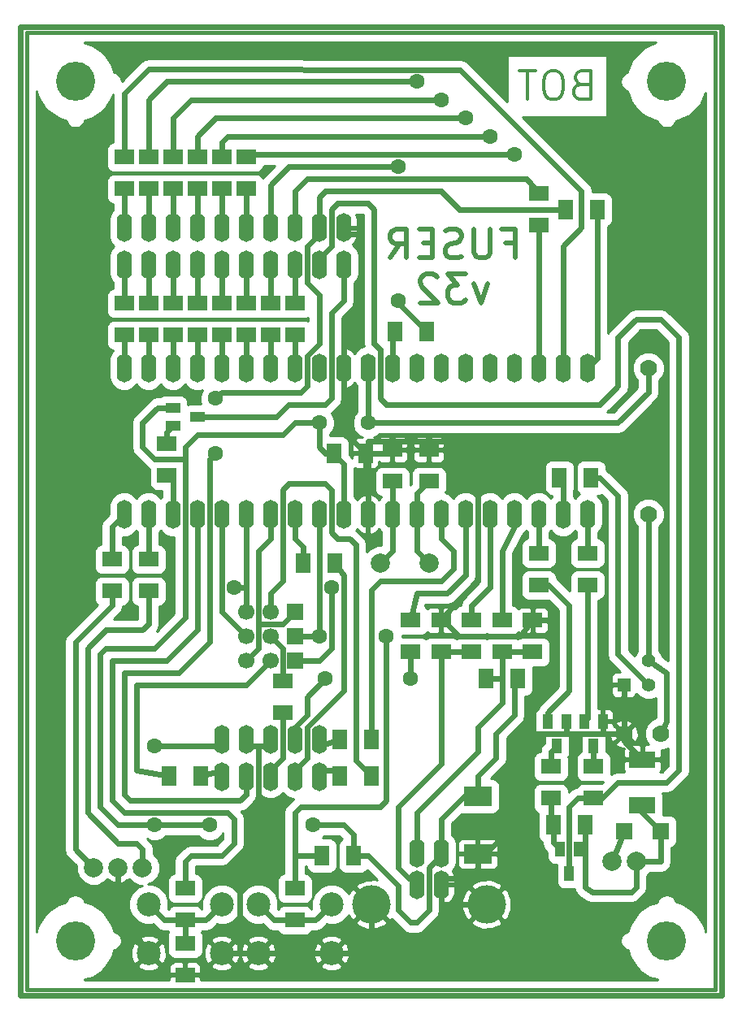
<source format=gbl>
G04 (created by PCBNEW-RS274X (2012-apr-16-27)-stable) date Ned 20 Lis 2013 22:50:24*
G01*
G70*
G90*
%MOIN*%
G04 Gerber Fmt 3.4, Leading zero omitted, Abs format*
%FSLAX34Y34*%
G04 APERTURE LIST*
%ADD10C,0.006000*%
%ADD11C,0.012000*%
%ADD12C,0.019700*%
%ADD13C,0.015000*%
%ADD14C,0.098400*%
%ADD15R,0.059100X0.039400*%
%ADD16O,0.063000X0.118100*%
%ADD17C,0.157500*%
%ADD18C,0.078700*%
%ADD19R,0.066900X0.066900*%
%ADD20C,0.066900*%
%ADD21R,0.039400X0.059100*%
%ADD22R,0.080000X0.060000*%
%ADD23R,0.060000X0.080000*%
%ADD24R,0.106300X0.070900*%
%ADD25R,0.118100X0.078700*%
%ADD26C,0.070000*%
%ADD27R,0.070000X0.070000*%
%ADD28R,0.055000X0.055000*%
%ADD29C,0.055000*%
%ADD30C,0.160000*%
%ADD31C,0.063000*%
%ADD32C,0.023600*%
%ADD33C,0.010000*%
G04 APERTURE END LIST*
G54D10*
G54D11*
X58734Y-17859D02*
X58565Y-17915D01*
X58509Y-17971D01*
X58453Y-18084D01*
X58453Y-18253D01*
X58509Y-18365D01*
X58565Y-18421D01*
X58678Y-18478D01*
X59128Y-18478D01*
X59128Y-17297D01*
X58734Y-17297D01*
X58622Y-17353D01*
X58565Y-17409D01*
X58509Y-17521D01*
X58509Y-17634D01*
X58565Y-17746D01*
X58622Y-17803D01*
X58734Y-17859D01*
X59128Y-17859D01*
X57722Y-17297D02*
X57497Y-17297D01*
X57384Y-17353D01*
X57272Y-17465D01*
X57216Y-17690D01*
X57216Y-18084D01*
X57272Y-18309D01*
X57384Y-18421D01*
X57497Y-18478D01*
X57722Y-18478D01*
X57834Y-18421D01*
X57947Y-18309D01*
X58003Y-18084D01*
X58003Y-17690D01*
X57947Y-17465D01*
X57834Y-17353D01*
X57722Y-17297D01*
X56879Y-17297D02*
X56204Y-17297D01*
X56541Y-18478D02*
X56541Y-17297D01*
G54D12*
X55637Y-24359D02*
X56031Y-24359D01*
X56031Y-24978D02*
X56031Y-23797D01*
X55468Y-23797D01*
X55019Y-23797D02*
X55019Y-24753D01*
X54963Y-24865D01*
X54906Y-24921D01*
X54794Y-24978D01*
X54569Y-24978D01*
X54456Y-24921D01*
X54400Y-24865D01*
X54344Y-24753D01*
X54344Y-23797D01*
X53838Y-24921D02*
X53669Y-24978D01*
X53388Y-24978D01*
X53276Y-24921D01*
X53219Y-24865D01*
X53163Y-24753D01*
X53163Y-24640D01*
X53219Y-24528D01*
X53276Y-24471D01*
X53388Y-24415D01*
X53613Y-24359D01*
X53726Y-24303D01*
X53782Y-24246D01*
X53838Y-24134D01*
X53838Y-24021D01*
X53782Y-23909D01*
X53726Y-23853D01*
X53613Y-23797D01*
X53332Y-23797D01*
X53163Y-23853D01*
X52657Y-24359D02*
X52263Y-24359D01*
X52094Y-24978D02*
X52657Y-24978D01*
X52657Y-23797D01*
X52094Y-23797D01*
X50913Y-24978D02*
X51307Y-24415D01*
X51588Y-24978D02*
X51588Y-23797D01*
X51138Y-23797D01*
X51025Y-23853D01*
X50969Y-23909D01*
X50913Y-24021D01*
X50913Y-24190D01*
X50969Y-24303D01*
X51025Y-24359D01*
X51138Y-24415D01*
X51588Y-24415D01*
X54906Y-26040D02*
X54625Y-26828D01*
X54344Y-26040D01*
X54006Y-25647D02*
X53275Y-25647D01*
X53669Y-26096D01*
X53500Y-26096D01*
X53388Y-26153D01*
X53331Y-26209D01*
X53275Y-26321D01*
X53275Y-26603D01*
X53331Y-26715D01*
X53388Y-26771D01*
X53500Y-26828D01*
X53838Y-26828D01*
X53950Y-26771D01*
X54006Y-26715D01*
X52825Y-25759D02*
X52769Y-25703D01*
X52656Y-25647D01*
X52375Y-25647D01*
X52263Y-25703D01*
X52206Y-25759D01*
X52150Y-25871D01*
X52150Y-25984D01*
X52206Y-26153D01*
X52881Y-26828D01*
X52150Y-26828D01*
G54D13*
X36000Y-55000D02*
X64250Y-55000D01*
X36000Y-15750D02*
X64250Y-15750D01*
X64250Y-55000D02*
X64250Y-15750D01*
X36000Y-55000D02*
X36000Y-15750D01*
G54D14*
X45500Y-53500D03*
X45500Y-51500D03*
X48500Y-53500D03*
X48500Y-51500D03*
X41000Y-53500D03*
X41000Y-51500D03*
X44000Y-53500D03*
X44000Y-51500D03*
G54D15*
X43000Y-31500D03*
X42000Y-31125D03*
X42000Y-31875D03*
G54D16*
X53000Y-49394D03*
X52000Y-49394D03*
X52000Y-50693D03*
X53000Y-50693D03*
G54D17*
X54862Y-51500D03*
X50138Y-51500D03*
G54D18*
X52500Y-37500D03*
X50500Y-37500D03*
G54D16*
X44000Y-46256D03*
X44000Y-44744D03*
X45000Y-46256D03*
X45000Y-44744D03*
X46000Y-46256D03*
X46000Y-44744D03*
X47000Y-46256D03*
X47000Y-44744D03*
X48000Y-46256D03*
X48000Y-44744D03*
X49000Y-23744D03*
X49000Y-25256D03*
X48000Y-23744D03*
X48000Y-25256D03*
X47000Y-23744D03*
X47000Y-25256D03*
X46000Y-23744D03*
X46000Y-25256D03*
X45000Y-23744D03*
X45000Y-25256D03*
X44000Y-23744D03*
X44000Y-25256D03*
X43000Y-23744D03*
X43000Y-25256D03*
X42000Y-23744D03*
X42000Y-25256D03*
X41000Y-23744D03*
X41000Y-25256D03*
X40000Y-23744D03*
X40000Y-25256D03*
G54D18*
X61000Y-49750D03*
X60000Y-49750D03*
X38750Y-50000D03*
X39750Y-50000D03*
X40750Y-50000D03*
G54D19*
X47000Y-40500D03*
G54D20*
X46000Y-40500D03*
X45000Y-40500D03*
G54D19*
X47000Y-41500D03*
G54D20*
X46000Y-41500D03*
X45000Y-41500D03*
G54D19*
X47000Y-39500D03*
G54D20*
X46000Y-39500D03*
X45000Y-39500D03*
G54D16*
X40000Y-35500D03*
X41000Y-35500D03*
X42000Y-35500D03*
X43000Y-35500D03*
X44000Y-35500D03*
X45000Y-35500D03*
X46000Y-35500D03*
X47000Y-35500D03*
X48000Y-35500D03*
X49000Y-35500D03*
X50000Y-35500D03*
X51000Y-35500D03*
X52000Y-35500D03*
X53000Y-35500D03*
X54000Y-35500D03*
X55000Y-35500D03*
X56000Y-35500D03*
X57000Y-35500D03*
X58000Y-35500D03*
X59000Y-35500D03*
X59000Y-29500D03*
X58000Y-29500D03*
X57000Y-29500D03*
X56000Y-29500D03*
X55000Y-29500D03*
X54000Y-29500D03*
X53000Y-29500D03*
X52000Y-29500D03*
X51000Y-29500D03*
X50000Y-29500D03*
X49000Y-29500D03*
X48000Y-29500D03*
X47000Y-29500D03*
X46000Y-29500D03*
X45000Y-29500D03*
X44000Y-29500D03*
X43000Y-29500D03*
X42000Y-29500D03*
X41000Y-29500D03*
X40000Y-29500D03*
G54D21*
X57750Y-45000D03*
X58125Y-44000D03*
X57375Y-44000D03*
X58250Y-50250D03*
X58625Y-49250D03*
X57875Y-49250D03*
X59250Y-45000D03*
X59625Y-44000D03*
X58875Y-44000D03*
G54D22*
X45000Y-28150D03*
X45000Y-26850D03*
X46000Y-28150D03*
X46000Y-26850D03*
X43000Y-28150D03*
X43000Y-26850D03*
X42000Y-28150D03*
X42000Y-26850D03*
X44000Y-28150D03*
X44000Y-26850D03*
X41000Y-28150D03*
X41000Y-26850D03*
X40000Y-28150D03*
X40000Y-26850D03*
X41000Y-22150D03*
X41000Y-20850D03*
X40000Y-22150D03*
X40000Y-20850D03*
X47000Y-28150D03*
X47000Y-26850D03*
X45000Y-22150D03*
X45000Y-20850D03*
X43000Y-22150D03*
X43000Y-20850D03*
X44000Y-22150D03*
X44000Y-20850D03*
X57000Y-22350D03*
X57000Y-23650D03*
G54D23*
X52400Y-28000D03*
X51100Y-28000D03*
G54D22*
X46500Y-43650D03*
X46500Y-42350D03*
G54D23*
X48850Y-46250D03*
X50150Y-46250D03*
X43150Y-46250D03*
X41850Y-46250D03*
G54D22*
X42000Y-22150D03*
X42000Y-20850D03*
X42500Y-53100D03*
X42500Y-54400D03*
X41750Y-32600D03*
X41750Y-33900D03*
G54D24*
X61250Y-47445D03*
X61250Y-45555D03*
G54D23*
X48600Y-33000D03*
X49900Y-33000D03*
G54D25*
X54500Y-47069D03*
X54500Y-49431D03*
G54D26*
X62000Y-44500D03*
G54D27*
X62000Y-48500D03*
G54D26*
X60500Y-44500D03*
G54D27*
X60500Y-48500D03*
G54D22*
X42500Y-50850D03*
X42500Y-52150D03*
G54D23*
X48650Y-37500D03*
X47350Y-37500D03*
G54D26*
X61500Y-29500D03*
X61500Y-35500D03*
G54D28*
X60500Y-42500D03*
G54D29*
X61500Y-42500D03*
X61500Y-41500D03*
G54D22*
X52500Y-32850D03*
X52500Y-34150D03*
G54D23*
X57850Y-34000D03*
X59150Y-34000D03*
G54D22*
X39500Y-37350D03*
X39500Y-38650D03*
X41000Y-37350D03*
X41000Y-38650D03*
X59250Y-47150D03*
X59250Y-45850D03*
X59000Y-38400D03*
X59000Y-37100D03*
G54D23*
X58100Y-23000D03*
X59400Y-23000D03*
G54D22*
X47000Y-50850D03*
X47000Y-52150D03*
G54D23*
X50150Y-44750D03*
X48850Y-44750D03*
G54D22*
X51750Y-39850D03*
X51750Y-41150D03*
X51000Y-32850D03*
X51000Y-34150D03*
X57500Y-47150D03*
X57500Y-45850D03*
X54250Y-41150D03*
X54250Y-39850D03*
X55500Y-41150D03*
X55500Y-39850D03*
G54D23*
X54850Y-42250D03*
X56150Y-42250D03*
G54D22*
X57000Y-38400D03*
X57000Y-37100D03*
G54D23*
X58900Y-48250D03*
X57600Y-48250D03*
X48100Y-49500D03*
X49400Y-49500D03*
G54D22*
X53000Y-39850D03*
X53000Y-41150D03*
X56750Y-39850D03*
X56750Y-41150D03*
G54D30*
X38000Y-53000D03*
X62250Y-53000D03*
X62250Y-17750D03*
X38000Y-17750D03*
G54D31*
X50000Y-31750D03*
X48000Y-31750D03*
X41250Y-48250D03*
X41250Y-45000D03*
X43500Y-48250D03*
X47750Y-48250D03*
X54000Y-19250D03*
X43750Y-30750D03*
X43750Y-33000D03*
X44500Y-38500D03*
X48500Y-38500D03*
X56000Y-20750D03*
X51250Y-21250D03*
X51250Y-26750D03*
X50750Y-40500D03*
X48000Y-40500D03*
X51750Y-42250D03*
X48250Y-42250D03*
X55000Y-20000D03*
X53000Y-18500D03*
X52000Y-17750D03*
G54D32*
X64500Y-15500D02*
X35750Y-15500D01*
X35750Y-15500D02*
X35750Y-55250D01*
X35750Y-55250D02*
X64500Y-55250D01*
X64500Y-55250D02*
X64500Y-15500D01*
X61000Y-49750D02*
X62000Y-49750D01*
X62000Y-49750D02*
X62000Y-48500D01*
X60800Y-51000D02*
X61000Y-50800D01*
X61250Y-47750D02*
X62000Y-48500D01*
X62000Y-48500D02*
X62000Y-48500D01*
X58900Y-49250D02*
X58900Y-50800D01*
X58900Y-49250D02*
X58625Y-49250D01*
X61000Y-50800D02*
X61000Y-49750D01*
X59200Y-51000D02*
X60800Y-51000D01*
X58900Y-50800D02*
X59200Y-51000D01*
X61250Y-47445D02*
X61250Y-47750D01*
X58900Y-48250D02*
X58900Y-49250D01*
X42500Y-33250D02*
X42500Y-39750D01*
X51250Y-50750D02*
X51250Y-51750D01*
X46500Y-32250D02*
X43000Y-32250D01*
X40750Y-32750D02*
X41250Y-33250D01*
X41250Y-33250D02*
X42500Y-33250D01*
X39000Y-47500D02*
X39750Y-48250D01*
X42500Y-32750D02*
X42500Y-33250D01*
X41375Y-31125D02*
X40750Y-31750D01*
X56000Y-43750D02*
X56000Y-42400D01*
X43000Y-32250D02*
X42500Y-32750D01*
X48000Y-31750D02*
X47000Y-31750D01*
X39000Y-41250D02*
X39000Y-47500D01*
X40750Y-31750D02*
X40750Y-32750D01*
X42000Y-31125D02*
X41375Y-31125D01*
X49400Y-49500D02*
X50000Y-49500D01*
X56000Y-42400D02*
X56150Y-42250D01*
X39750Y-48250D02*
X41250Y-48250D01*
X52000Y-52250D02*
X52500Y-51750D01*
X50000Y-49500D02*
X51250Y-50750D01*
X49400Y-48650D02*
X49000Y-48250D01*
X55250Y-45500D02*
X55250Y-44500D01*
X42500Y-39750D02*
X41250Y-41000D01*
X47000Y-31750D02*
X46500Y-32250D01*
X51750Y-52250D02*
X52000Y-52250D01*
X53000Y-48000D02*
X53931Y-47069D01*
X39250Y-41000D02*
X39000Y-41250D01*
X49000Y-33445D02*
X49000Y-35500D01*
X41250Y-41000D02*
X39250Y-41000D01*
X52500Y-50000D02*
X52850Y-49650D01*
X49000Y-48250D02*
X47750Y-48250D01*
X48000Y-31750D02*
X48000Y-32750D01*
X53000Y-49650D02*
X53000Y-48000D01*
X49400Y-49500D02*
X49400Y-48650D01*
X56150Y-42350D02*
X56150Y-42250D01*
X53931Y-47069D02*
X54500Y-47069D01*
X52850Y-49650D02*
X53000Y-49650D01*
X43500Y-48250D02*
X41250Y-48250D01*
X48600Y-33000D02*
X48600Y-33045D01*
X52500Y-51750D02*
X52500Y-50000D01*
X48600Y-33045D02*
X49000Y-33445D01*
X54500Y-47069D02*
X54500Y-46250D01*
X48250Y-33000D02*
X48600Y-33000D01*
X48000Y-32750D02*
X48250Y-33000D01*
X44000Y-45000D02*
X41250Y-45000D01*
X54500Y-46250D02*
X55250Y-45500D01*
X50000Y-31750D02*
X50000Y-29500D01*
X51250Y-51750D02*
X51750Y-52250D01*
X60250Y-31750D02*
X50000Y-31750D01*
X55250Y-44500D02*
X56000Y-43750D01*
X61500Y-29500D02*
X61500Y-30500D01*
X61500Y-30500D02*
X60250Y-31750D01*
X43750Y-19250D02*
X54000Y-19250D01*
X43000Y-20850D02*
X43000Y-20000D01*
X43000Y-20000D02*
X43750Y-19250D01*
X43000Y-22150D02*
X43000Y-24000D01*
X57000Y-29500D02*
X57000Y-23650D01*
X57000Y-22350D02*
X56500Y-21750D01*
X51000Y-21750D02*
X56500Y-21750D01*
X47000Y-22250D02*
X47500Y-21750D01*
X47500Y-21750D02*
X51000Y-21750D01*
X47000Y-22250D02*
X47000Y-24000D01*
X59400Y-23000D02*
X59400Y-29100D01*
X59400Y-29100D02*
X59000Y-29500D01*
X48000Y-22500D02*
X48250Y-22250D01*
X40250Y-47250D02*
X44750Y-47250D01*
X58100Y-23000D02*
X53750Y-23000D01*
X48250Y-22250D02*
X53000Y-22250D01*
X53750Y-23000D02*
X53000Y-22250D01*
X48000Y-22500D02*
X48000Y-24000D01*
X47500Y-30250D02*
X47250Y-30500D01*
X44750Y-47250D02*
X45000Y-47000D01*
X47250Y-30500D02*
X44000Y-30500D01*
X40000Y-42000D02*
X42250Y-42000D01*
X45000Y-47000D02*
X45000Y-46000D01*
X43500Y-33250D02*
X43500Y-40750D01*
X40000Y-42000D02*
X40000Y-47000D01*
X40000Y-47000D02*
X40250Y-47250D01*
X43750Y-33000D02*
X43500Y-33250D01*
X43500Y-40750D02*
X42250Y-42000D01*
X47500Y-29000D02*
X48000Y-28500D01*
X47500Y-30250D02*
X47500Y-29000D01*
X44000Y-30500D02*
X43750Y-30750D01*
X48000Y-28500D02*
X48000Y-26500D01*
X48000Y-24000D02*
X47500Y-24500D01*
X47500Y-26000D02*
X47500Y-24500D01*
X48000Y-26500D02*
X47500Y-26000D01*
X51687Y-50437D02*
X52000Y-50437D01*
X51687Y-50437D02*
X51250Y-50000D01*
X51250Y-47500D02*
X53000Y-45750D01*
X53000Y-41150D02*
X54250Y-41150D01*
X51250Y-50000D02*
X51250Y-47500D01*
X53000Y-41150D02*
X53000Y-45750D01*
X55500Y-43250D02*
X55500Y-42250D01*
X54850Y-42250D02*
X55500Y-42250D01*
X52000Y-47750D02*
X54500Y-45250D01*
X54500Y-44250D02*
X55500Y-43250D01*
X54750Y-42350D02*
X54850Y-42250D01*
X55500Y-41150D02*
X56750Y-41150D01*
X54500Y-45250D02*
X54500Y-44250D01*
X54850Y-42250D02*
X54850Y-42400D01*
X55500Y-42250D02*
X55500Y-41150D01*
X52000Y-49650D02*
X52000Y-47750D01*
X40000Y-28150D02*
X40000Y-29500D01*
X40000Y-26850D02*
X40000Y-25000D01*
X41000Y-29500D02*
X41000Y-28150D01*
X41000Y-26850D02*
X41000Y-25000D01*
X42000Y-29500D02*
X42000Y-28150D01*
X42000Y-26850D02*
X42000Y-25000D01*
X43000Y-28150D02*
X43000Y-29500D01*
X43000Y-25000D02*
X43000Y-26850D01*
X44000Y-28150D02*
X44000Y-29500D01*
X44000Y-25000D02*
X44000Y-26850D01*
X45000Y-28150D02*
X45000Y-29500D01*
X45000Y-25000D02*
X45000Y-26850D01*
X46000Y-28150D02*
X46000Y-29500D01*
X46000Y-25000D02*
X46000Y-26850D01*
X47000Y-29500D02*
X47000Y-28150D01*
X47000Y-26850D02*
X47000Y-25000D01*
X62250Y-42000D02*
X62250Y-44000D01*
X61500Y-35500D02*
X61500Y-41500D01*
X61500Y-41500D02*
X62250Y-42000D01*
X62250Y-44000D02*
X62000Y-44500D01*
X40500Y-49000D02*
X40750Y-49250D01*
X41000Y-40000D02*
X40750Y-40250D01*
X40750Y-40250D02*
X39250Y-40250D01*
X41000Y-38650D02*
X41000Y-40000D01*
X40750Y-49250D02*
X40750Y-50000D01*
X38500Y-47750D02*
X39750Y-49000D01*
X39750Y-49000D02*
X40500Y-49000D01*
X39250Y-40250D02*
X38500Y-41000D01*
X38500Y-41000D02*
X38500Y-47750D01*
X41000Y-35500D02*
X41000Y-37350D01*
X38000Y-40750D02*
X39500Y-39250D01*
X38000Y-49250D02*
X38000Y-40750D01*
X38750Y-50000D02*
X38000Y-49250D01*
X39500Y-39250D02*
X39500Y-38650D01*
X39500Y-37350D02*
X39500Y-36000D01*
X39500Y-36000D02*
X40000Y-35500D01*
X59250Y-45000D02*
X59250Y-45850D01*
X45500Y-40000D02*
X45500Y-37000D01*
X45000Y-41500D02*
X45500Y-41000D01*
X47000Y-39500D02*
X46500Y-40000D01*
X46500Y-40000D02*
X45500Y-40000D01*
X45500Y-41000D02*
X45500Y-40000D01*
X45500Y-37000D02*
X46000Y-36500D01*
X46000Y-36500D02*
X46000Y-35500D01*
X48600Y-46000D02*
X48850Y-46250D01*
X48000Y-46000D02*
X48600Y-46000D01*
X46500Y-38250D02*
X46500Y-34500D01*
X49250Y-36500D02*
X49500Y-36750D01*
X48500Y-36250D02*
X48750Y-36500D01*
X46000Y-39500D02*
X46000Y-38750D01*
X48250Y-34250D02*
X48500Y-34500D01*
X49500Y-36750D02*
X49500Y-45600D01*
X46750Y-34250D02*
X48250Y-34250D01*
X49500Y-45600D02*
X50150Y-46250D01*
X46500Y-34500D02*
X46750Y-34250D01*
X46000Y-38750D02*
X46500Y-38250D01*
X48500Y-34500D02*
X48500Y-36250D01*
X48750Y-36500D02*
X49250Y-36500D01*
X45000Y-38500D02*
X44500Y-38500D01*
X48500Y-41000D02*
X48000Y-41500D01*
X48500Y-38500D02*
X48500Y-41000D01*
X45000Y-39500D02*
X45000Y-38500D01*
X45000Y-38500D02*
X45000Y-35500D01*
X48000Y-41500D02*
X47000Y-41500D01*
X43150Y-46250D02*
X44000Y-46000D01*
X40500Y-42500D02*
X40500Y-46000D01*
X41850Y-46250D02*
X40500Y-46000D01*
X45000Y-42500D02*
X40500Y-42500D01*
X45000Y-42500D02*
X46000Y-41500D01*
X57375Y-44000D02*
X57375Y-43625D01*
X58250Y-39250D02*
X58250Y-42750D01*
X57375Y-43625D02*
X58250Y-42750D01*
X58250Y-42750D02*
X58250Y-42750D01*
X57400Y-38400D02*
X58250Y-39250D01*
X57000Y-38400D02*
X57400Y-38400D01*
X59000Y-43875D02*
X58875Y-44000D01*
X59000Y-38400D02*
X59000Y-43875D01*
X57500Y-45250D02*
X57750Y-45000D01*
X57500Y-45850D02*
X57500Y-45250D01*
X45100Y-20750D02*
X45000Y-20850D01*
X56000Y-20750D02*
X45100Y-20750D01*
X45000Y-24000D02*
X45000Y-22150D01*
X53764Y-17264D02*
X58750Y-22250D01*
X58000Y-24500D02*
X58000Y-29500D01*
X58750Y-23750D02*
X58000Y-24500D01*
X40000Y-18250D02*
X40999Y-17251D01*
X53750Y-17264D02*
X53764Y-17264D01*
X58750Y-22250D02*
X58750Y-23750D01*
X53749Y-17264D02*
X53750Y-17264D01*
X40999Y-17251D02*
X53749Y-17264D01*
X40000Y-20850D02*
X40000Y-18250D01*
X40000Y-22150D02*
X40000Y-24000D01*
X57500Y-48150D02*
X57600Y-48250D01*
X57500Y-47150D02*
X57500Y-48150D01*
X57600Y-48975D02*
X57875Y-49250D01*
X57600Y-48250D02*
X57600Y-48975D01*
X58000Y-35500D02*
X58000Y-34150D01*
X58000Y-34150D02*
X57850Y-34000D01*
X60250Y-41250D02*
X61500Y-42500D01*
X60250Y-34750D02*
X60250Y-41250D01*
X59150Y-34000D02*
X59500Y-34000D01*
X59500Y-34000D02*
X60250Y-34750D01*
X51000Y-29500D02*
X51000Y-28100D01*
X51000Y-28100D02*
X51100Y-28000D01*
X51250Y-26750D02*
X51250Y-26850D01*
X46000Y-22000D02*
X46750Y-21250D01*
X51250Y-26850D02*
X52400Y-28000D01*
X46000Y-24000D02*
X46000Y-22000D01*
X46750Y-21250D02*
X51250Y-21250D01*
X48000Y-40000D02*
X48000Y-35500D01*
X47000Y-40500D02*
X47500Y-40500D01*
X47000Y-49500D02*
X48100Y-49500D01*
X47000Y-47750D02*
X47000Y-49500D01*
X47000Y-49500D02*
X47000Y-50850D01*
X48000Y-40500D02*
X47500Y-40500D01*
X50750Y-47250D02*
X50500Y-47500D01*
X48000Y-40500D02*
X48000Y-40000D01*
X50500Y-47500D02*
X47250Y-47500D01*
X50750Y-40500D02*
X50750Y-47250D01*
X47250Y-47500D02*
X47000Y-47750D01*
X47850Y-52150D02*
X48500Y-51500D01*
X47000Y-52150D02*
X47850Y-52150D01*
X47000Y-52150D02*
X46150Y-52150D01*
X46150Y-52150D02*
X45500Y-51500D01*
X44000Y-35500D02*
X44000Y-39500D01*
X44000Y-39500D02*
X45000Y-40500D01*
X62250Y-46500D02*
X62750Y-46000D01*
X60250Y-46500D02*
X62250Y-46500D01*
X62750Y-28250D02*
X62000Y-27500D01*
X59600Y-47150D02*
X60250Y-46500D01*
X48750Y-22750D02*
X48500Y-23000D01*
X60250Y-30250D02*
X60250Y-28250D01*
X48500Y-24500D02*
X48000Y-25000D01*
X48500Y-23000D02*
X48500Y-24500D01*
X50000Y-22750D02*
X48750Y-22750D01*
X58250Y-47500D02*
X58600Y-47150D01*
X50250Y-26250D02*
X50250Y-26000D01*
X58600Y-47150D02*
X59250Y-47150D01*
X58250Y-50250D02*
X58250Y-47500D01*
X50250Y-26000D02*
X50250Y-23000D01*
X61000Y-27500D02*
X62000Y-27500D01*
X62750Y-46000D02*
X62750Y-28250D01*
X60250Y-28250D02*
X61000Y-27500D01*
X50250Y-23000D02*
X50000Y-22750D01*
X59500Y-31000D02*
X60250Y-30250D01*
X50750Y-31000D02*
X59500Y-31000D01*
X59250Y-47150D02*
X59600Y-47150D01*
X50250Y-27250D02*
X50250Y-28500D01*
X50250Y-27250D02*
X50250Y-26000D01*
X50250Y-28500D02*
X50500Y-28750D01*
X50500Y-28750D02*
X50500Y-30750D01*
X50500Y-30750D02*
X50750Y-31000D01*
X57000Y-36500D02*
X57000Y-37100D01*
X57000Y-35500D02*
X57000Y-36000D01*
X57000Y-36000D02*
X57000Y-36500D01*
X59000Y-35500D02*
X59000Y-37100D01*
X46500Y-43650D02*
X46500Y-45500D01*
X46500Y-45500D02*
X46000Y-46000D01*
X46500Y-42350D02*
X46500Y-41000D01*
X46500Y-41000D02*
X46000Y-40500D01*
X50150Y-44750D02*
X50150Y-38600D01*
X50150Y-38600D02*
X50500Y-38250D01*
X53000Y-36500D02*
X53000Y-35500D01*
X53500Y-37750D02*
X53500Y-37000D01*
X50500Y-38250D02*
X53000Y-38250D01*
X53500Y-37000D02*
X53000Y-36500D01*
X53000Y-38250D02*
X53500Y-37750D01*
X48000Y-45000D02*
X48850Y-44750D01*
X47350Y-37500D02*
X47350Y-36850D01*
X47000Y-36500D02*
X47000Y-35500D01*
X47350Y-36850D02*
X47000Y-36500D01*
X47500Y-44250D02*
X49000Y-42750D01*
X47000Y-46000D02*
X47500Y-45500D01*
X49000Y-38000D02*
X48650Y-37500D01*
X47500Y-45500D02*
X47500Y-44250D01*
X49000Y-42750D02*
X49000Y-38000D01*
X40000Y-47750D02*
X44250Y-47750D01*
X43000Y-40250D02*
X41750Y-41500D01*
X39500Y-41500D02*
X39500Y-47250D01*
X44250Y-47750D02*
X44500Y-48000D01*
X39500Y-47250D02*
X40000Y-47750D01*
X44000Y-49500D02*
X42750Y-49500D01*
X42750Y-49500D02*
X42500Y-49750D01*
X44500Y-48000D02*
X44500Y-49000D01*
X42500Y-49750D02*
X42500Y-50850D01*
X39500Y-41500D02*
X41750Y-41500D01*
X44500Y-49000D02*
X44000Y-49500D01*
X43000Y-35500D02*
X43000Y-40250D01*
X42500Y-53100D02*
X42500Y-52150D01*
X42500Y-52150D02*
X41650Y-52150D01*
X43350Y-52150D02*
X44000Y-51500D01*
X41650Y-52150D02*
X41000Y-51500D01*
X42500Y-52150D02*
X43350Y-52150D01*
X54000Y-35500D02*
X54000Y-38000D01*
X52000Y-38750D02*
X51750Y-39850D01*
X54000Y-38000D02*
X53250Y-38750D01*
X53250Y-38750D02*
X52000Y-38750D01*
X51750Y-42250D02*
X51750Y-42000D01*
X51750Y-41500D02*
X51750Y-41150D01*
X47500Y-43750D02*
X47500Y-43000D01*
X47500Y-43000D02*
X48250Y-42250D01*
X47000Y-45000D02*
X47000Y-44250D01*
X51750Y-42000D02*
X51750Y-41500D01*
X47000Y-44250D02*
X47500Y-43750D01*
X49000Y-26750D02*
X49000Y-25000D01*
X48500Y-30750D02*
X48500Y-27250D01*
X46750Y-31000D02*
X48250Y-31000D01*
X43000Y-31500D02*
X46250Y-31500D01*
X48250Y-31000D02*
X48500Y-30750D01*
X46250Y-31500D02*
X46750Y-31000D01*
X48500Y-27250D02*
X49000Y-26750D01*
X41750Y-32600D02*
X41750Y-32125D01*
X41750Y-32125D02*
X42000Y-31875D01*
X55000Y-37250D02*
X55000Y-38500D01*
X55000Y-36000D02*
X55000Y-37250D01*
X54250Y-39850D02*
X54250Y-39250D01*
X55000Y-36000D02*
X55000Y-35500D01*
X54250Y-39250D02*
X55000Y-38500D01*
X56000Y-35500D02*
X56000Y-36000D01*
X55500Y-37000D02*
X55500Y-38750D01*
X56000Y-36000D02*
X55500Y-37000D01*
X55500Y-38750D02*
X55500Y-39850D01*
X44250Y-20000D02*
X44000Y-20250D01*
X44250Y-20000D02*
X55000Y-20000D01*
X44000Y-20850D02*
X44000Y-20250D01*
X44000Y-24000D02*
X44000Y-22150D01*
X42000Y-20850D02*
X42000Y-19250D01*
X42000Y-19250D02*
X42750Y-18500D01*
X42750Y-18500D02*
X53000Y-18500D01*
X42000Y-24000D02*
X42000Y-22150D01*
X41750Y-17750D02*
X52000Y-17750D01*
X41000Y-18500D02*
X41750Y-17750D01*
X41000Y-20850D02*
X41000Y-18500D01*
X41000Y-24000D02*
X41000Y-22150D01*
X60500Y-48500D02*
X60000Y-49750D01*
X42000Y-35500D02*
X42000Y-34150D01*
X42000Y-34150D02*
X41750Y-33900D01*
X42000Y-34150D02*
X41750Y-33900D01*
X50000Y-34000D02*
X50000Y-35500D01*
X48500Y-53500D02*
X50000Y-53500D01*
X44750Y-50000D02*
X45250Y-50000D01*
X45500Y-45000D02*
X45500Y-49750D01*
X56250Y-40500D02*
X56750Y-39850D01*
X59625Y-44000D02*
X59625Y-44500D01*
X53000Y-39850D02*
X53250Y-40000D01*
X49000Y-29500D02*
X49000Y-28000D01*
X53750Y-40500D02*
X56250Y-40500D01*
X58000Y-44500D02*
X58250Y-44500D01*
X50850Y-33000D02*
X51000Y-32850D01*
X50000Y-33500D02*
X50000Y-34000D01*
X52750Y-53500D02*
X53000Y-53250D01*
X53000Y-39850D02*
X53500Y-39250D01*
X55500Y-48750D02*
X55500Y-46250D01*
X54500Y-50000D02*
X54500Y-49431D01*
X51000Y-32500D02*
X52500Y-32500D01*
X52500Y-32500D02*
X54500Y-32500D01*
X56750Y-43250D02*
X57750Y-42250D01*
X60500Y-42500D02*
X60500Y-44500D01*
X60500Y-42500D02*
X60500Y-42500D01*
X57350Y-39850D02*
X57750Y-40250D01*
X50138Y-51500D02*
X50138Y-53500D01*
X55500Y-46250D02*
X56250Y-45500D01*
X58125Y-44000D02*
X58125Y-44500D01*
X54063Y-50437D02*
X54500Y-50000D01*
X58250Y-44500D02*
X59750Y-44500D01*
X44750Y-51000D02*
X44750Y-53500D01*
X45250Y-50000D02*
X45500Y-49750D01*
X60500Y-44805D02*
X61250Y-45555D01*
X49000Y-29500D02*
X49000Y-32100D01*
X49000Y-32100D02*
X49900Y-33000D01*
X56250Y-44750D02*
X56500Y-44500D01*
X56750Y-43250D02*
X56750Y-44500D01*
X39750Y-50000D02*
X39750Y-51750D01*
X53250Y-40000D02*
X53750Y-40500D01*
X53500Y-50437D02*
X54063Y-50437D01*
X50000Y-32500D02*
X49945Y-33500D01*
X56250Y-45500D02*
X56250Y-44750D01*
X54862Y-51500D02*
X53000Y-51500D01*
X50000Y-53500D02*
X52750Y-53500D01*
X59625Y-44500D02*
X59750Y-44500D01*
X54500Y-38250D02*
X54500Y-32500D01*
X53000Y-51500D02*
X53000Y-50437D01*
X45000Y-45000D02*
X45500Y-45000D01*
X52500Y-32850D02*
X52500Y-32500D01*
X51000Y-32500D02*
X50000Y-32500D01*
X45500Y-45000D02*
X46000Y-45000D01*
X56750Y-39850D02*
X57350Y-39850D01*
X54500Y-49431D02*
X54819Y-49431D01*
X54819Y-49431D02*
X55500Y-48750D01*
X56500Y-44500D02*
X56750Y-44500D01*
X51000Y-32850D02*
X51000Y-32500D01*
X53000Y-50437D02*
X53500Y-50437D01*
X50138Y-53500D02*
X50000Y-53500D01*
X58375Y-44500D02*
X58250Y-44500D01*
X44750Y-51000D02*
X44750Y-50500D01*
X49750Y-24250D02*
X49500Y-24000D01*
X49945Y-33500D02*
X50000Y-32500D01*
X59750Y-44500D02*
X60500Y-44500D01*
X49500Y-24000D02*
X49000Y-24000D01*
X53000Y-53250D02*
X53000Y-51500D01*
X49945Y-33000D02*
X50850Y-33000D01*
X44750Y-53500D02*
X45500Y-53500D01*
X60500Y-44500D02*
X60500Y-44805D01*
X56750Y-44500D02*
X58000Y-44500D01*
X44000Y-53500D02*
X44750Y-53500D01*
X53500Y-50437D02*
X53563Y-50437D01*
X53500Y-39250D02*
X54500Y-38250D01*
X44750Y-50500D02*
X44750Y-50000D01*
X50000Y-32500D02*
X50000Y-33500D01*
X39750Y-51750D02*
X41000Y-53500D01*
X58125Y-44500D02*
X58000Y-44500D01*
X57750Y-40250D02*
X57750Y-42250D01*
X49750Y-27250D02*
X49750Y-24250D01*
X45500Y-53500D02*
X48500Y-53500D01*
X49000Y-28000D02*
X49750Y-27250D01*
X51000Y-37000D02*
X51000Y-35500D01*
X51000Y-35500D02*
X51000Y-34150D01*
X50500Y-37500D02*
X51000Y-37000D01*
X52000Y-34650D02*
X52500Y-34150D01*
X52000Y-37000D02*
X52500Y-37500D01*
X52000Y-35500D02*
X52000Y-34650D01*
X52000Y-35500D02*
X52000Y-37000D01*
G54D10*
G36*
X39821Y-50000D02*
X39750Y-50071D01*
X39679Y-50000D01*
X39750Y-49929D01*
X39821Y-50000D01*
X39821Y-50000D01*
G37*
G54D33*
X39821Y-50000D02*
X39750Y-50071D01*
X39679Y-50000D01*
X39750Y-49929D01*
X39821Y-50000D01*
G54D10*
G36*
X58175Y-44050D02*
X58075Y-44050D01*
X58075Y-43950D01*
X58175Y-43950D01*
X58175Y-44050D01*
X58175Y-44050D01*
G37*
G54D33*
X58175Y-44050D02*
X58075Y-44050D01*
X58075Y-43950D01*
X58175Y-43950D01*
X58175Y-44050D01*
G54D10*
G36*
X62306Y-41504D02*
X62092Y-41361D01*
X62009Y-41160D01*
X61944Y-41095D01*
X61944Y-36011D01*
X62073Y-35883D01*
X62176Y-35635D01*
X62176Y-35366D01*
X62073Y-35118D01*
X61883Y-34927D01*
X61635Y-34824D01*
X61366Y-34824D01*
X61118Y-34927D01*
X60927Y-35117D01*
X60824Y-35365D01*
X60824Y-35634D01*
X60927Y-35882D01*
X61056Y-36011D01*
X61056Y-41095D01*
X60992Y-41160D01*
X60931Y-41304D01*
X60694Y-41066D01*
X60694Y-34750D01*
X60660Y-34580D01*
X60564Y-34436D01*
X60561Y-34434D01*
X59814Y-33686D01*
X59776Y-33660D01*
X59776Y-33536D01*
X59727Y-33416D01*
X59635Y-33324D01*
X59516Y-33274D01*
X59386Y-33274D01*
X58786Y-33274D01*
X58666Y-33323D01*
X58574Y-33415D01*
X58524Y-33534D01*
X58524Y-33664D01*
X58524Y-34464D01*
X58573Y-34584D01*
X58658Y-34669D01*
X58644Y-34675D01*
X58500Y-34819D01*
X58444Y-34763D01*
X58444Y-34542D01*
X58476Y-34466D01*
X58476Y-34336D01*
X58476Y-33536D01*
X58427Y-33416D01*
X58335Y-33324D01*
X58216Y-33274D01*
X58086Y-33274D01*
X57486Y-33274D01*
X57366Y-33323D01*
X57274Y-33415D01*
X57224Y-33534D01*
X57224Y-33664D01*
X57224Y-34464D01*
X57273Y-34584D01*
X57365Y-34676D01*
X57484Y-34726D01*
X57556Y-34726D01*
X57556Y-34763D01*
X57500Y-34819D01*
X57356Y-34675D01*
X57125Y-34579D01*
X56875Y-34579D01*
X56644Y-34675D01*
X56500Y-34819D01*
X56356Y-34675D01*
X56125Y-34579D01*
X55875Y-34579D01*
X55644Y-34675D01*
X55500Y-34819D01*
X55356Y-34675D01*
X55125Y-34579D01*
X54875Y-34579D01*
X54644Y-34675D01*
X54500Y-34819D01*
X54356Y-34675D01*
X54125Y-34579D01*
X53875Y-34579D01*
X53644Y-34675D01*
X53500Y-34819D01*
X53356Y-34675D01*
X53188Y-34605D01*
X53226Y-34516D01*
X53226Y-34386D01*
X53226Y-33786D01*
X53177Y-33666D01*
X53150Y-33639D01*
X53150Y-32962D01*
X53150Y-32738D01*
X53149Y-32501D01*
X53111Y-32409D01*
X53041Y-32339D01*
X52950Y-32301D01*
X52851Y-32301D01*
X52612Y-32300D01*
X52550Y-32362D01*
X52550Y-32800D01*
X53088Y-32800D01*
X53150Y-32738D01*
X53150Y-32962D01*
X53088Y-32900D01*
X52550Y-32900D01*
X52550Y-33338D01*
X52612Y-33400D01*
X52851Y-33399D01*
X52950Y-33399D01*
X53041Y-33361D01*
X53111Y-33291D01*
X53149Y-33199D01*
X53150Y-32962D01*
X53150Y-33639D01*
X53085Y-33574D01*
X52966Y-33524D01*
X52836Y-33524D01*
X52450Y-33524D01*
X52450Y-33338D01*
X52450Y-32900D01*
X52450Y-32800D01*
X52450Y-32362D01*
X52388Y-32300D01*
X52149Y-32301D01*
X52050Y-32301D01*
X51959Y-32339D01*
X51889Y-32409D01*
X51851Y-32501D01*
X51850Y-32738D01*
X51912Y-32800D01*
X52450Y-32800D01*
X52450Y-32900D01*
X51912Y-32900D01*
X51850Y-32962D01*
X51851Y-33199D01*
X51889Y-33291D01*
X51959Y-33361D01*
X52050Y-33399D01*
X52149Y-33399D01*
X52388Y-33400D01*
X52450Y-33338D01*
X52450Y-33524D01*
X52036Y-33524D01*
X51916Y-33573D01*
X51824Y-33665D01*
X51774Y-33784D01*
X51774Y-33914D01*
X51774Y-34248D01*
X51726Y-34296D01*
X51726Y-33786D01*
X51677Y-33666D01*
X51650Y-33639D01*
X51650Y-32962D01*
X51650Y-32738D01*
X51649Y-32501D01*
X51611Y-32409D01*
X51541Y-32339D01*
X51450Y-32301D01*
X51351Y-32301D01*
X51112Y-32300D01*
X51050Y-32362D01*
X51050Y-32800D01*
X51588Y-32800D01*
X51650Y-32738D01*
X51650Y-32962D01*
X51588Y-32900D01*
X51050Y-32900D01*
X51050Y-33338D01*
X51112Y-33400D01*
X51351Y-33399D01*
X51450Y-33399D01*
X51541Y-33361D01*
X51611Y-33291D01*
X51649Y-33199D01*
X51650Y-32962D01*
X51650Y-33639D01*
X51585Y-33574D01*
X51466Y-33524D01*
X51336Y-33524D01*
X50536Y-33524D01*
X50416Y-33573D01*
X50324Y-33665D01*
X50274Y-33784D01*
X50274Y-33914D01*
X50274Y-34514D01*
X50323Y-34634D01*
X50415Y-34726D01*
X50534Y-34776D01*
X50543Y-34776D01*
X50467Y-34852D01*
X50452Y-34887D01*
X50338Y-34763D01*
X50137Y-34678D01*
X50050Y-34725D01*
X50050Y-35400D01*
X50050Y-35450D01*
X50050Y-35550D01*
X50050Y-35600D01*
X50050Y-36275D01*
X50137Y-36322D01*
X50338Y-36237D01*
X50452Y-36112D01*
X50467Y-36148D01*
X50556Y-36237D01*
X50556Y-36781D01*
X50358Y-36781D01*
X50094Y-36890D01*
X49944Y-37039D01*
X49944Y-36750D01*
X49910Y-36580D01*
X49814Y-36436D01*
X49564Y-36186D01*
X49522Y-36158D01*
X49533Y-36148D01*
X49547Y-36112D01*
X49662Y-36237D01*
X49863Y-36322D01*
X49950Y-36275D01*
X49950Y-35600D01*
X49950Y-35550D01*
X49950Y-35450D01*
X49950Y-35400D01*
X49950Y-34725D01*
X49863Y-34678D01*
X49662Y-34763D01*
X49547Y-34887D01*
X49533Y-34852D01*
X49444Y-34763D01*
X49444Y-33596D01*
X49459Y-33611D01*
X49551Y-33649D01*
X49788Y-33650D01*
X49850Y-33588D01*
X49850Y-33050D01*
X49412Y-33050D01*
X49350Y-33112D01*
X49350Y-33185D01*
X49314Y-33131D01*
X49311Y-33129D01*
X49226Y-33043D01*
X49226Y-32536D01*
X49177Y-32416D01*
X49085Y-32324D01*
X48966Y-32274D01*
X48836Y-32274D01*
X48444Y-32274D01*
X48444Y-32212D01*
X48543Y-32113D01*
X48641Y-31878D01*
X48641Y-31623D01*
X48544Y-31387D01*
X48508Y-31351D01*
X48564Y-31314D01*
X48814Y-31064D01*
X48910Y-30920D01*
X48944Y-30750D01*
X48944Y-30278D01*
X48950Y-30275D01*
X48950Y-29600D01*
X48950Y-29550D01*
X48950Y-29450D01*
X48950Y-29400D01*
X48950Y-28725D01*
X48944Y-28721D01*
X48944Y-27434D01*
X49314Y-27064D01*
X49410Y-26920D01*
X49444Y-26750D01*
X49444Y-25993D01*
X49533Y-25904D01*
X49629Y-25673D01*
X49629Y-25423D01*
X49629Y-24839D01*
X49533Y-24608D01*
X49370Y-24445D01*
X49489Y-24316D01*
X49565Y-24106D01*
X49565Y-23794D01*
X49100Y-23794D01*
X49050Y-23794D01*
X48950Y-23794D01*
X48950Y-23694D01*
X49050Y-23694D01*
X49100Y-23694D01*
X49565Y-23694D01*
X49565Y-23382D01*
X49496Y-23194D01*
X49806Y-23194D01*
X49806Y-26000D01*
X49806Y-26250D01*
X49806Y-27250D01*
X49806Y-28500D01*
X49825Y-28599D01*
X49644Y-28675D01*
X49467Y-28852D01*
X49452Y-28887D01*
X49338Y-28763D01*
X49137Y-28678D01*
X49050Y-28725D01*
X49050Y-29400D01*
X49050Y-29450D01*
X49050Y-29550D01*
X49050Y-29600D01*
X49050Y-30275D01*
X49137Y-30322D01*
X49338Y-30237D01*
X49452Y-30112D01*
X49467Y-30148D01*
X49556Y-30237D01*
X49556Y-31287D01*
X49457Y-31387D01*
X49359Y-31622D01*
X49359Y-31877D01*
X49456Y-32113D01*
X49637Y-32293D01*
X49773Y-32350D01*
X49551Y-32351D01*
X49459Y-32389D01*
X49389Y-32459D01*
X49351Y-32550D01*
X49351Y-32649D01*
X49350Y-32888D01*
X49412Y-32950D01*
X49800Y-32950D01*
X49850Y-32950D01*
X49950Y-32950D01*
X49950Y-33050D01*
X49950Y-33100D01*
X49950Y-33588D01*
X50012Y-33650D01*
X50249Y-33649D01*
X50341Y-33611D01*
X50411Y-33541D01*
X50449Y-33450D01*
X50449Y-33351D01*
X50459Y-33361D01*
X50550Y-33399D01*
X50649Y-33399D01*
X50888Y-33400D01*
X50950Y-33338D01*
X50950Y-32950D01*
X50950Y-32900D01*
X50950Y-32800D01*
X50950Y-32750D01*
X50950Y-32362D01*
X50888Y-32300D01*
X50649Y-32301D01*
X50550Y-32301D01*
X50459Y-32339D01*
X50389Y-32409D01*
X50380Y-32428D01*
X50341Y-32389D01*
X50249Y-32351D01*
X50224Y-32350D01*
X50363Y-32294D01*
X50462Y-32194D01*
X60250Y-32194D01*
X60420Y-32160D01*
X60564Y-32064D01*
X61811Y-30815D01*
X61813Y-30814D01*
X61814Y-30814D01*
X61910Y-30670D01*
X61944Y-30501D01*
X61943Y-30500D01*
X61944Y-30500D01*
X61944Y-30011D01*
X62073Y-29883D01*
X62176Y-29635D01*
X62176Y-29366D01*
X62073Y-29118D01*
X61883Y-28927D01*
X61635Y-28824D01*
X61366Y-28824D01*
X61118Y-28927D01*
X60927Y-29117D01*
X60824Y-29365D01*
X60824Y-29634D01*
X60927Y-29882D01*
X61056Y-30011D01*
X61056Y-30316D01*
X60066Y-31306D01*
X59821Y-31306D01*
X60561Y-30565D01*
X60563Y-30564D01*
X60564Y-30564D01*
X60660Y-30420D01*
X60694Y-30250D01*
X60694Y-28433D01*
X61183Y-27944D01*
X61816Y-27944D01*
X62306Y-28433D01*
X62306Y-41504D01*
X62306Y-41504D01*
G37*
G54D33*
X62306Y-41504D02*
X62092Y-41361D01*
X62009Y-41160D01*
X61944Y-41095D01*
X61944Y-36011D01*
X62073Y-35883D01*
X62176Y-35635D01*
X62176Y-35366D01*
X62073Y-35118D01*
X61883Y-34927D01*
X61635Y-34824D01*
X61366Y-34824D01*
X61118Y-34927D01*
X60927Y-35117D01*
X60824Y-35365D01*
X60824Y-35634D01*
X60927Y-35882D01*
X61056Y-36011D01*
X61056Y-41095D01*
X60992Y-41160D01*
X60931Y-41304D01*
X60694Y-41066D01*
X60694Y-34750D01*
X60660Y-34580D01*
X60564Y-34436D01*
X60561Y-34434D01*
X59814Y-33686D01*
X59776Y-33660D01*
X59776Y-33536D01*
X59727Y-33416D01*
X59635Y-33324D01*
X59516Y-33274D01*
X59386Y-33274D01*
X58786Y-33274D01*
X58666Y-33323D01*
X58574Y-33415D01*
X58524Y-33534D01*
X58524Y-33664D01*
X58524Y-34464D01*
X58573Y-34584D01*
X58658Y-34669D01*
X58644Y-34675D01*
X58500Y-34819D01*
X58444Y-34763D01*
X58444Y-34542D01*
X58476Y-34466D01*
X58476Y-34336D01*
X58476Y-33536D01*
X58427Y-33416D01*
X58335Y-33324D01*
X58216Y-33274D01*
X58086Y-33274D01*
X57486Y-33274D01*
X57366Y-33323D01*
X57274Y-33415D01*
X57224Y-33534D01*
X57224Y-33664D01*
X57224Y-34464D01*
X57273Y-34584D01*
X57365Y-34676D01*
X57484Y-34726D01*
X57556Y-34726D01*
X57556Y-34763D01*
X57500Y-34819D01*
X57356Y-34675D01*
X57125Y-34579D01*
X56875Y-34579D01*
X56644Y-34675D01*
X56500Y-34819D01*
X56356Y-34675D01*
X56125Y-34579D01*
X55875Y-34579D01*
X55644Y-34675D01*
X55500Y-34819D01*
X55356Y-34675D01*
X55125Y-34579D01*
X54875Y-34579D01*
X54644Y-34675D01*
X54500Y-34819D01*
X54356Y-34675D01*
X54125Y-34579D01*
X53875Y-34579D01*
X53644Y-34675D01*
X53500Y-34819D01*
X53356Y-34675D01*
X53188Y-34605D01*
X53226Y-34516D01*
X53226Y-34386D01*
X53226Y-33786D01*
X53177Y-33666D01*
X53150Y-33639D01*
X53150Y-32962D01*
X53150Y-32738D01*
X53149Y-32501D01*
X53111Y-32409D01*
X53041Y-32339D01*
X52950Y-32301D01*
X52851Y-32301D01*
X52612Y-32300D01*
X52550Y-32362D01*
X52550Y-32800D01*
X53088Y-32800D01*
X53150Y-32738D01*
X53150Y-32962D01*
X53088Y-32900D01*
X52550Y-32900D01*
X52550Y-33338D01*
X52612Y-33400D01*
X52851Y-33399D01*
X52950Y-33399D01*
X53041Y-33361D01*
X53111Y-33291D01*
X53149Y-33199D01*
X53150Y-32962D01*
X53150Y-33639D01*
X53085Y-33574D01*
X52966Y-33524D01*
X52836Y-33524D01*
X52450Y-33524D01*
X52450Y-33338D01*
X52450Y-32900D01*
X52450Y-32800D01*
X52450Y-32362D01*
X52388Y-32300D01*
X52149Y-32301D01*
X52050Y-32301D01*
X51959Y-32339D01*
X51889Y-32409D01*
X51851Y-32501D01*
X51850Y-32738D01*
X51912Y-32800D01*
X52450Y-32800D01*
X52450Y-32900D01*
X51912Y-32900D01*
X51850Y-32962D01*
X51851Y-33199D01*
X51889Y-33291D01*
X51959Y-33361D01*
X52050Y-33399D01*
X52149Y-33399D01*
X52388Y-33400D01*
X52450Y-33338D01*
X52450Y-33524D01*
X52036Y-33524D01*
X51916Y-33573D01*
X51824Y-33665D01*
X51774Y-33784D01*
X51774Y-33914D01*
X51774Y-34248D01*
X51726Y-34296D01*
X51726Y-33786D01*
X51677Y-33666D01*
X51650Y-33639D01*
X51650Y-32962D01*
X51650Y-32738D01*
X51649Y-32501D01*
X51611Y-32409D01*
X51541Y-32339D01*
X51450Y-32301D01*
X51351Y-32301D01*
X51112Y-32300D01*
X51050Y-32362D01*
X51050Y-32800D01*
X51588Y-32800D01*
X51650Y-32738D01*
X51650Y-32962D01*
X51588Y-32900D01*
X51050Y-32900D01*
X51050Y-33338D01*
X51112Y-33400D01*
X51351Y-33399D01*
X51450Y-33399D01*
X51541Y-33361D01*
X51611Y-33291D01*
X51649Y-33199D01*
X51650Y-32962D01*
X51650Y-33639D01*
X51585Y-33574D01*
X51466Y-33524D01*
X51336Y-33524D01*
X50536Y-33524D01*
X50416Y-33573D01*
X50324Y-33665D01*
X50274Y-33784D01*
X50274Y-33914D01*
X50274Y-34514D01*
X50323Y-34634D01*
X50415Y-34726D01*
X50534Y-34776D01*
X50543Y-34776D01*
X50467Y-34852D01*
X50452Y-34887D01*
X50338Y-34763D01*
X50137Y-34678D01*
X50050Y-34725D01*
X50050Y-35400D01*
X50050Y-35450D01*
X50050Y-35550D01*
X50050Y-35600D01*
X50050Y-36275D01*
X50137Y-36322D01*
X50338Y-36237D01*
X50452Y-36112D01*
X50467Y-36148D01*
X50556Y-36237D01*
X50556Y-36781D01*
X50358Y-36781D01*
X50094Y-36890D01*
X49944Y-37039D01*
X49944Y-36750D01*
X49910Y-36580D01*
X49814Y-36436D01*
X49564Y-36186D01*
X49522Y-36158D01*
X49533Y-36148D01*
X49547Y-36112D01*
X49662Y-36237D01*
X49863Y-36322D01*
X49950Y-36275D01*
X49950Y-35600D01*
X49950Y-35550D01*
X49950Y-35450D01*
X49950Y-35400D01*
X49950Y-34725D01*
X49863Y-34678D01*
X49662Y-34763D01*
X49547Y-34887D01*
X49533Y-34852D01*
X49444Y-34763D01*
X49444Y-33596D01*
X49459Y-33611D01*
X49551Y-33649D01*
X49788Y-33650D01*
X49850Y-33588D01*
X49850Y-33050D01*
X49412Y-33050D01*
X49350Y-33112D01*
X49350Y-33185D01*
X49314Y-33131D01*
X49311Y-33129D01*
X49226Y-33043D01*
X49226Y-32536D01*
X49177Y-32416D01*
X49085Y-32324D01*
X48966Y-32274D01*
X48836Y-32274D01*
X48444Y-32274D01*
X48444Y-32212D01*
X48543Y-32113D01*
X48641Y-31878D01*
X48641Y-31623D01*
X48544Y-31387D01*
X48508Y-31351D01*
X48564Y-31314D01*
X48814Y-31064D01*
X48910Y-30920D01*
X48944Y-30750D01*
X48944Y-30278D01*
X48950Y-30275D01*
X48950Y-29600D01*
X48950Y-29550D01*
X48950Y-29450D01*
X48950Y-29400D01*
X48950Y-28725D01*
X48944Y-28721D01*
X48944Y-27434D01*
X49314Y-27064D01*
X49410Y-26920D01*
X49444Y-26750D01*
X49444Y-25993D01*
X49533Y-25904D01*
X49629Y-25673D01*
X49629Y-25423D01*
X49629Y-24839D01*
X49533Y-24608D01*
X49370Y-24445D01*
X49489Y-24316D01*
X49565Y-24106D01*
X49565Y-23794D01*
X49100Y-23794D01*
X49050Y-23794D01*
X48950Y-23794D01*
X48950Y-23694D01*
X49050Y-23694D01*
X49100Y-23694D01*
X49565Y-23694D01*
X49565Y-23382D01*
X49496Y-23194D01*
X49806Y-23194D01*
X49806Y-26000D01*
X49806Y-26250D01*
X49806Y-27250D01*
X49806Y-28500D01*
X49825Y-28599D01*
X49644Y-28675D01*
X49467Y-28852D01*
X49452Y-28887D01*
X49338Y-28763D01*
X49137Y-28678D01*
X49050Y-28725D01*
X49050Y-29400D01*
X49050Y-29450D01*
X49050Y-29550D01*
X49050Y-29600D01*
X49050Y-30275D01*
X49137Y-30322D01*
X49338Y-30237D01*
X49452Y-30112D01*
X49467Y-30148D01*
X49556Y-30237D01*
X49556Y-31287D01*
X49457Y-31387D01*
X49359Y-31622D01*
X49359Y-31877D01*
X49456Y-32113D01*
X49637Y-32293D01*
X49773Y-32350D01*
X49551Y-32351D01*
X49459Y-32389D01*
X49389Y-32459D01*
X49351Y-32550D01*
X49351Y-32649D01*
X49350Y-32888D01*
X49412Y-32950D01*
X49800Y-32950D01*
X49850Y-32950D01*
X49950Y-32950D01*
X49950Y-33050D01*
X49950Y-33100D01*
X49950Y-33588D01*
X50012Y-33650D01*
X50249Y-33649D01*
X50341Y-33611D01*
X50411Y-33541D01*
X50449Y-33450D01*
X50449Y-33351D01*
X50459Y-33361D01*
X50550Y-33399D01*
X50649Y-33399D01*
X50888Y-33400D01*
X50950Y-33338D01*
X50950Y-32950D01*
X50950Y-32900D01*
X50950Y-32800D01*
X50950Y-32750D01*
X50950Y-32362D01*
X50888Y-32300D01*
X50649Y-32301D01*
X50550Y-32301D01*
X50459Y-32339D01*
X50389Y-32409D01*
X50380Y-32428D01*
X50341Y-32389D01*
X50249Y-32351D01*
X50224Y-32350D01*
X50363Y-32294D01*
X50462Y-32194D01*
X60250Y-32194D01*
X60420Y-32160D01*
X60564Y-32064D01*
X61811Y-30815D01*
X61813Y-30814D01*
X61814Y-30814D01*
X61910Y-30670D01*
X61944Y-30501D01*
X61943Y-30500D01*
X61944Y-30500D01*
X61944Y-30011D01*
X62073Y-29883D01*
X62176Y-29635D01*
X62176Y-29366D01*
X62073Y-29118D01*
X61883Y-28927D01*
X61635Y-28824D01*
X61366Y-28824D01*
X61118Y-28927D01*
X60927Y-29117D01*
X60824Y-29365D01*
X60824Y-29634D01*
X60927Y-29882D01*
X61056Y-30011D01*
X61056Y-30316D01*
X60066Y-31306D01*
X59821Y-31306D01*
X60561Y-30565D01*
X60563Y-30564D01*
X60564Y-30564D01*
X60660Y-30420D01*
X60694Y-30250D01*
X60694Y-28433D01*
X61183Y-27944D01*
X61816Y-27944D01*
X62306Y-28433D01*
X62306Y-41504D01*
G54D10*
G36*
X63849Y-52619D02*
X63832Y-52615D01*
X63798Y-52444D01*
X63738Y-52300D01*
X63468Y-51894D01*
X63467Y-51893D01*
X63357Y-51783D01*
X63356Y-51782D01*
X62950Y-51511D01*
X62806Y-51451D01*
X62634Y-51417D01*
X62620Y-51347D01*
X62534Y-51216D01*
X62403Y-51130D01*
X62250Y-51099D01*
X62097Y-51130D01*
X61966Y-51216D01*
X61880Y-51347D01*
X61865Y-51417D01*
X61694Y-51452D01*
X61550Y-51512D01*
X61144Y-51782D01*
X61143Y-51783D01*
X61033Y-51893D01*
X61032Y-51894D01*
X60761Y-52300D01*
X60701Y-52444D01*
X60667Y-52615D01*
X60597Y-52630D01*
X60466Y-52716D01*
X60380Y-52847D01*
X60349Y-53000D01*
X60380Y-53153D01*
X60466Y-53284D01*
X60597Y-53370D01*
X60667Y-53384D01*
X60701Y-53556D01*
X60761Y-53700D01*
X61032Y-54106D01*
X61033Y-54107D01*
X61143Y-54217D01*
X61144Y-54218D01*
X61550Y-54488D01*
X61694Y-54548D01*
X61865Y-54582D01*
X61869Y-54599D01*
X55880Y-54599D01*
X55880Y-51693D01*
X55876Y-51289D01*
X55728Y-50932D01*
X55585Y-50847D01*
X55515Y-50917D01*
X55515Y-50777D01*
X55430Y-50634D01*
X55340Y-50597D01*
X55340Y-49543D01*
X55340Y-49319D01*
X55339Y-48989D01*
X55301Y-48897D01*
X55231Y-48827D01*
X55140Y-48789D01*
X55041Y-48789D01*
X54612Y-48788D01*
X54550Y-48850D01*
X54550Y-49381D01*
X55278Y-49381D01*
X55340Y-49319D01*
X55340Y-49543D01*
X55278Y-49481D01*
X54550Y-49481D01*
X54550Y-50012D01*
X54612Y-50074D01*
X55041Y-50073D01*
X55140Y-50073D01*
X55231Y-50035D01*
X55301Y-49965D01*
X55339Y-49873D01*
X55340Y-49543D01*
X55340Y-50597D01*
X55055Y-50482D01*
X54651Y-50486D01*
X54450Y-50569D01*
X54450Y-50012D01*
X54450Y-49481D01*
X54450Y-49381D01*
X54450Y-48850D01*
X54388Y-48788D01*
X53959Y-48789D01*
X53860Y-48789D01*
X53769Y-48827D01*
X53699Y-48897D01*
X53661Y-48989D01*
X53660Y-49319D01*
X53722Y-49381D01*
X54450Y-49381D01*
X54450Y-49481D01*
X53722Y-49481D01*
X53660Y-49543D01*
X53661Y-49873D01*
X53699Y-49965D01*
X53769Y-50035D01*
X53860Y-50073D01*
X53959Y-50073D01*
X54388Y-50074D01*
X54450Y-50012D01*
X54450Y-50569D01*
X54294Y-50634D01*
X54209Y-50777D01*
X54862Y-51429D01*
X55515Y-50777D01*
X55515Y-50917D01*
X54933Y-51500D01*
X55585Y-52153D01*
X55728Y-52068D01*
X55880Y-51693D01*
X55880Y-54599D01*
X55515Y-54599D01*
X55515Y-52223D01*
X54862Y-51571D01*
X54791Y-51641D01*
X54791Y-51500D01*
X54139Y-50847D01*
X53996Y-50932D01*
X53844Y-51307D01*
X53848Y-51711D01*
X53996Y-52068D01*
X54139Y-52153D01*
X54791Y-51500D01*
X54791Y-51641D01*
X54209Y-52223D01*
X54294Y-52366D01*
X54669Y-52518D01*
X55073Y-52514D01*
X55430Y-52366D01*
X55515Y-52223D01*
X55515Y-54599D01*
X53565Y-54599D01*
X53565Y-51055D01*
X53565Y-50743D01*
X53050Y-50743D01*
X53050Y-51468D01*
X53137Y-51515D01*
X53338Y-51430D01*
X53489Y-51265D01*
X53565Y-51055D01*
X53565Y-54599D01*
X50791Y-54599D01*
X50791Y-52223D01*
X50138Y-51571D01*
X49485Y-52223D01*
X49570Y-52366D01*
X49945Y-52518D01*
X50349Y-52514D01*
X50706Y-52366D01*
X50791Y-52223D01*
X50791Y-54599D01*
X49231Y-54599D01*
X49231Y-53624D01*
X49223Y-53335D01*
X49128Y-53105D01*
X49015Y-53056D01*
X48944Y-53127D01*
X48944Y-52985D01*
X48895Y-52872D01*
X48624Y-52769D01*
X48335Y-52777D01*
X48105Y-52872D01*
X48056Y-52985D01*
X48500Y-53429D01*
X48944Y-52985D01*
X48944Y-53127D01*
X48571Y-53500D01*
X49015Y-53944D01*
X49128Y-53895D01*
X49231Y-53624D01*
X49231Y-54599D01*
X48944Y-54599D01*
X48944Y-54015D01*
X48500Y-53571D01*
X48429Y-53642D01*
X48429Y-53500D01*
X47985Y-53056D01*
X47872Y-53105D01*
X47769Y-53376D01*
X47777Y-53665D01*
X47872Y-53895D01*
X47985Y-53944D01*
X48429Y-53500D01*
X48429Y-53642D01*
X48056Y-54015D01*
X48105Y-54128D01*
X48376Y-54231D01*
X48665Y-54223D01*
X48895Y-54128D01*
X48944Y-54015D01*
X48944Y-54599D01*
X46231Y-54599D01*
X46231Y-53624D01*
X46223Y-53335D01*
X46128Y-53105D01*
X46015Y-53056D01*
X45944Y-53127D01*
X45944Y-52985D01*
X45895Y-52872D01*
X45624Y-52769D01*
X45335Y-52777D01*
X45105Y-52872D01*
X45056Y-52985D01*
X45500Y-53429D01*
X45944Y-52985D01*
X45944Y-53127D01*
X45571Y-53500D01*
X46015Y-53944D01*
X46128Y-53895D01*
X46231Y-53624D01*
X46231Y-54599D01*
X45944Y-54599D01*
X45944Y-54015D01*
X45500Y-53571D01*
X45429Y-53642D01*
X45429Y-53500D01*
X44985Y-53056D01*
X44872Y-53105D01*
X44769Y-53376D01*
X44777Y-53665D01*
X44872Y-53895D01*
X44985Y-53944D01*
X45429Y-53500D01*
X45429Y-53642D01*
X45056Y-54015D01*
X45105Y-54128D01*
X45376Y-54231D01*
X45665Y-54223D01*
X45895Y-54128D01*
X45944Y-54015D01*
X45944Y-54599D01*
X44731Y-54599D01*
X44731Y-53624D01*
X44723Y-53335D01*
X44628Y-53105D01*
X44515Y-53056D01*
X44444Y-53127D01*
X44444Y-52985D01*
X44395Y-52872D01*
X44124Y-52769D01*
X43835Y-52777D01*
X43605Y-52872D01*
X43556Y-52985D01*
X44000Y-53429D01*
X44444Y-52985D01*
X44444Y-53127D01*
X44071Y-53500D01*
X44515Y-53944D01*
X44628Y-53895D01*
X44731Y-53624D01*
X44731Y-54599D01*
X44444Y-54599D01*
X44444Y-54015D01*
X44000Y-53571D01*
X43929Y-53642D01*
X43929Y-53500D01*
X43485Y-53056D01*
X43372Y-53105D01*
X43269Y-53376D01*
X43277Y-53665D01*
X43372Y-53895D01*
X43485Y-53944D01*
X43929Y-53500D01*
X43929Y-53642D01*
X43556Y-54015D01*
X43605Y-54128D01*
X43876Y-54231D01*
X44165Y-54223D01*
X44395Y-54128D01*
X44444Y-54015D01*
X44444Y-54599D01*
X43149Y-54599D01*
X43150Y-54512D01*
X43150Y-54288D01*
X43149Y-54051D01*
X43111Y-53959D01*
X43041Y-53889D01*
X42950Y-53851D01*
X42851Y-53851D01*
X42612Y-53850D01*
X42550Y-53912D01*
X42550Y-54350D01*
X43088Y-54350D01*
X43150Y-54288D01*
X43150Y-54512D01*
X43088Y-54450D01*
X42600Y-54450D01*
X42550Y-54450D01*
X42450Y-54450D01*
X42450Y-54350D01*
X42450Y-53912D01*
X42388Y-53850D01*
X42149Y-53851D01*
X42050Y-53851D01*
X41959Y-53889D01*
X41889Y-53959D01*
X41851Y-54051D01*
X41850Y-54288D01*
X41912Y-54350D01*
X42450Y-54350D01*
X42450Y-54450D01*
X42400Y-54450D01*
X41912Y-54450D01*
X41850Y-54512D01*
X41850Y-54599D01*
X41731Y-54599D01*
X41731Y-53624D01*
X41723Y-53335D01*
X41628Y-53105D01*
X41515Y-53056D01*
X41444Y-53127D01*
X41444Y-52985D01*
X41395Y-52872D01*
X41124Y-52769D01*
X40835Y-52777D01*
X40605Y-52872D01*
X40556Y-52985D01*
X41000Y-53429D01*
X41444Y-52985D01*
X41444Y-53127D01*
X41071Y-53500D01*
X41515Y-53944D01*
X41628Y-53895D01*
X41731Y-53624D01*
X41731Y-54599D01*
X41444Y-54599D01*
X41444Y-54015D01*
X41000Y-53571D01*
X40929Y-53642D01*
X40929Y-53500D01*
X40485Y-53056D01*
X40372Y-53105D01*
X40269Y-53376D01*
X40277Y-53665D01*
X40372Y-53895D01*
X40485Y-53944D01*
X40929Y-53500D01*
X40929Y-53642D01*
X40556Y-54015D01*
X40605Y-54128D01*
X40876Y-54231D01*
X41165Y-54223D01*
X41395Y-54128D01*
X41444Y-54015D01*
X41444Y-54599D01*
X40123Y-54599D01*
X38380Y-54599D01*
X38384Y-54582D01*
X38556Y-54549D01*
X38556Y-54548D01*
X38700Y-54489D01*
X39106Y-54218D01*
X39107Y-54217D01*
X39217Y-54107D01*
X39218Y-54106D01*
X39488Y-53700D01*
X39547Y-53556D01*
X39548Y-53556D01*
X39582Y-53384D01*
X39653Y-53370D01*
X39784Y-53284D01*
X39870Y-53153D01*
X39901Y-53000D01*
X39870Y-52847D01*
X39784Y-52716D01*
X39653Y-52630D01*
X39582Y-52615D01*
X39548Y-52444D01*
X39488Y-52300D01*
X39218Y-51894D01*
X39217Y-51893D01*
X39107Y-51783D01*
X39106Y-51782D01*
X38700Y-51511D01*
X38556Y-51451D01*
X38384Y-51417D01*
X38370Y-51347D01*
X38284Y-51216D01*
X38153Y-51130D01*
X38000Y-51099D01*
X37847Y-51130D01*
X37716Y-51216D01*
X37630Y-51347D01*
X37615Y-51417D01*
X37444Y-51452D01*
X37300Y-51512D01*
X36894Y-51782D01*
X36893Y-51783D01*
X36783Y-51893D01*
X36782Y-51894D01*
X36511Y-52300D01*
X36451Y-52444D01*
X36417Y-52615D01*
X36401Y-52619D01*
X36401Y-18130D01*
X36417Y-18134D01*
X36451Y-18306D01*
X36511Y-18450D01*
X36782Y-18856D01*
X36783Y-18857D01*
X36893Y-18967D01*
X36894Y-18968D01*
X37300Y-19238D01*
X37444Y-19298D01*
X37615Y-19332D01*
X37630Y-19403D01*
X37716Y-19534D01*
X37847Y-19620D01*
X38000Y-19651D01*
X38153Y-19620D01*
X38284Y-19534D01*
X38370Y-19403D01*
X38384Y-19332D01*
X38556Y-19299D01*
X38556Y-19298D01*
X38700Y-19239D01*
X39106Y-18968D01*
X39107Y-18967D01*
X39217Y-18857D01*
X39218Y-18856D01*
X39488Y-18450D01*
X39547Y-18306D01*
X39548Y-18306D01*
X39556Y-18265D01*
X39556Y-20224D01*
X39536Y-20224D01*
X39416Y-20273D01*
X39324Y-20365D01*
X39274Y-20484D01*
X39274Y-20614D01*
X39274Y-21214D01*
X39323Y-21334D01*
X39415Y-21426D01*
X39534Y-21476D01*
X39664Y-21476D01*
X40464Y-21476D01*
X40499Y-21461D01*
X40534Y-21476D01*
X40664Y-21476D01*
X41464Y-21476D01*
X41499Y-21461D01*
X41534Y-21476D01*
X41664Y-21476D01*
X42464Y-21476D01*
X42499Y-21461D01*
X42534Y-21476D01*
X42664Y-21476D01*
X43464Y-21476D01*
X43499Y-21461D01*
X43534Y-21476D01*
X43664Y-21476D01*
X44464Y-21476D01*
X44499Y-21461D01*
X44534Y-21476D01*
X44664Y-21476D01*
X45464Y-21476D01*
X45584Y-21427D01*
X45676Y-21335D01*
X45726Y-21216D01*
X45726Y-21194D01*
X46178Y-21194D01*
X45686Y-21686D01*
X45685Y-21686D01*
X45677Y-21666D01*
X45585Y-21574D01*
X45466Y-21524D01*
X45336Y-21524D01*
X44536Y-21524D01*
X44500Y-21538D01*
X44466Y-21524D01*
X44336Y-21524D01*
X43536Y-21524D01*
X43500Y-21538D01*
X43466Y-21524D01*
X43336Y-21524D01*
X42536Y-21524D01*
X42500Y-21538D01*
X42466Y-21524D01*
X42336Y-21524D01*
X41536Y-21524D01*
X41500Y-21538D01*
X41466Y-21524D01*
X41336Y-21524D01*
X40536Y-21524D01*
X40500Y-21538D01*
X40466Y-21524D01*
X40336Y-21524D01*
X39536Y-21524D01*
X39416Y-21573D01*
X39324Y-21665D01*
X39274Y-21784D01*
X39274Y-21914D01*
X39274Y-22514D01*
X39323Y-22634D01*
X39415Y-22726D01*
X39534Y-22776D01*
X39556Y-22776D01*
X39556Y-23007D01*
X39467Y-23096D01*
X39371Y-23327D01*
X39371Y-23577D01*
X39371Y-24161D01*
X39467Y-24392D01*
X39575Y-24500D01*
X39467Y-24608D01*
X39371Y-24839D01*
X39371Y-25089D01*
X39371Y-25673D01*
X39467Y-25904D01*
X39556Y-25993D01*
X39556Y-26224D01*
X39536Y-26224D01*
X39416Y-26273D01*
X39324Y-26365D01*
X39274Y-26484D01*
X39274Y-26614D01*
X39274Y-27214D01*
X39323Y-27334D01*
X39415Y-27426D01*
X39534Y-27476D01*
X39664Y-27476D01*
X40464Y-27476D01*
X40499Y-27461D01*
X40534Y-27476D01*
X40664Y-27476D01*
X41464Y-27476D01*
X41499Y-27461D01*
X41534Y-27476D01*
X41664Y-27476D01*
X42464Y-27476D01*
X42499Y-27461D01*
X42534Y-27476D01*
X42664Y-27476D01*
X43464Y-27476D01*
X43499Y-27461D01*
X43534Y-27476D01*
X43664Y-27476D01*
X44464Y-27476D01*
X44499Y-27461D01*
X44534Y-27476D01*
X44664Y-27476D01*
X45464Y-27476D01*
X45499Y-27461D01*
X45534Y-27476D01*
X45664Y-27476D01*
X46464Y-27476D01*
X46499Y-27461D01*
X46534Y-27476D01*
X46664Y-27476D01*
X47464Y-27476D01*
X47556Y-27438D01*
X47556Y-27561D01*
X47466Y-27524D01*
X47336Y-27524D01*
X46536Y-27524D01*
X46500Y-27538D01*
X46466Y-27524D01*
X46336Y-27524D01*
X45536Y-27524D01*
X45500Y-27538D01*
X45466Y-27524D01*
X45336Y-27524D01*
X44536Y-27524D01*
X44500Y-27538D01*
X44466Y-27524D01*
X44336Y-27524D01*
X43536Y-27524D01*
X43500Y-27538D01*
X43466Y-27524D01*
X43336Y-27524D01*
X42536Y-27524D01*
X42500Y-27538D01*
X42466Y-27524D01*
X42336Y-27524D01*
X41536Y-27524D01*
X41500Y-27538D01*
X41466Y-27524D01*
X41336Y-27524D01*
X40536Y-27524D01*
X40500Y-27538D01*
X40466Y-27524D01*
X40336Y-27524D01*
X39536Y-27524D01*
X39416Y-27573D01*
X39324Y-27665D01*
X39274Y-27784D01*
X39274Y-27914D01*
X39274Y-28514D01*
X39323Y-28634D01*
X39415Y-28726D01*
X39534Y-28776D01*
X39543Y-28776D01*
X39467Y-28852D01*
X39371Y-29083D01*
X39371Y-29333D01*
X39371Y-29917D01*
X39467Y-30148D01*
X39644Y-30325D01*
X39875Y-30421D01*
X40125Y-30421D01*
X40356Y-30325D01*
X40500Y-30181D01*
X40644Y-30325D01*
X40875Y-30421D01*
X41125Y-30421D01*
X41356Y-30325D01*
X41500Y-30181D01*
X41644Y-30325D01*
X41875Y-30421D01*
X42125Y-30421D01*
X42356Y-30325D01*
X42500Y-30181D01*
X42644Y-30325D01*
X42875Y-30421D01*
X43125Y-30421D01*
X43207Y-30386D01*
X43207Y-30387D01*
X43109Y-30622D01*
X43109Y-30877D01*
X43150Y-30977D01*
X42641Y-30977D01*
X42621Y-30985D01*
X42621Y-30864D01*
X42572Y-30744D01*
X42480Y-30652D01*
X42361Y-30602D01*
X42231Y-30602D01*
X41641Y-30602D01*
X41521Y-30651D01*
X41491Y-30681D01*
X41375Y-30681D01*
X41205Y-30715D01*
X41061Y-30811D01*
X41060Y-30811D01*
X41060Y-30812D01*
X40436Y-31436D01*
X40340Y-31580D01*
X40306Y-31750D01*
X40306Y-32750D01*
X40340Y-32920D01*
X40436Y-33064D01*
X40936Y-33564D01*
X41024Y-33622D01*
X41024Y-33664D01*
X41024Y-34264D01*
X41073Y-34384D01*
X41165Y-34476D01*
X41284Y-34526D01*
X41414Y-34526D01*
X41556Y-34526D01*
X41556Y-34763D01*
X41500Y-34819D01*
X41356Y-34675D01*
X41125Y-34579D01*
X40875Y-34579D01*
X40644Y-34675D01*
X40500Y-34819D01*
X40356Y-34675D01*
X40125Y-34579D01*
X39875Y-34579D01*
X39644Y-34675D01*
X39467Y-34852D01*
X39371Y-35083D01*
X39371Y-35333D01*
X39371Y-35501D01*
X39186Y-35686D01*
X39090Y-35830D01*
X39056Y-36000D01*
X39056Y-36724D01*
X39036Y-36724D01*
X38916Y-36773D01*
X38824Y-36865D01*
X38774Y-36984D01*
X38774Y-37114D01*
X38774Y-37714D01*
X38823Y-37834D01*
X38915Y-37926D01*
X39034Y-37976D01*
X39164Y-37976D01*
X39964Y-37976D01*
X40084Y-37927D01*
X40176Y-37835D01*
X40226Y-37716D01*
X40226Y-37586D01*
X40226Y-36986D01*
X40177Y-36866D01*
X40085Y-36774D01*
X39966Y-36724D01*
X39944Y-36724D01*
X39944Y-36421D01*
X40125Y-36421D01*
X40356Y-36325D01*
X40500Y-36181D01*
X40556Y-36237D01*
X40556Y-36724D01*
X40536Y-36724D01*
X40416Y-36773D01*
X40324Y-36865D01*
X40274Y-36984D01*
X40274Y-37114D01*
X40274Y-37714D01*
X40323Y-37834D01*
X40415Y-37926D01*
X40534Y-37976D01*
X40664Y-37976D01*
X41464Y-37976D01*
X41584Y-37927D01*
X41676Y-37835D01*
X41726Y-37716D01*
X41726Y-37586D01*
X41726Y-36986D01*
X41677Y-36866D01*
X41585Y-36774D01*
X41466Y-36724D01*
X41444Y-36724D01*
X41444Y-36237D01*
X41500Y-36181D01*
X41644Y-36325D01*
X41875Y-36421D01*
X42056Y-36421D01*
X42056Y-39566D01*
X41325Y-40296D01*
X41410Y-40170D01*
X41444Y-40000D01*
X41444Y-39276D01*
X41464Y-39276D01*
X41584Y-39227D01*
X41676Y-39135D01*
X41726Y-39016D01*
X41726Y-38886D01*
X41726Y-38286D01*
X41677Y-38166D01*
X41585Y-38074D01*
X41466Y-38024D01*
X41336Y-38024D01*
X40536Y-38024D01*
X40416Y-38073D01*
X40324Y-38165D01*
X40274Y-38284D01*
X40274Y-38414D01*
X40274Y-39014D01*
X40323Y-39134D01*
X40415Y-39226D01*
X40534Y-39276D01*
X40556Y-39276D01*
X40556Y-39806D01*
X39572Y-39806D01*
X39814Y-39564D01*
X39910Y-39420D01*
X39938Y-39276D01*
X39964Y-39276D01*
X40084Y-39227D01*
X40176Y-39135D01*
X40226Y-39016D01*
X40226Y-38886D01*
X40226Y-38286D01*
X40177Y-38166D01*
X40085Y-38074D01*
X39966Y-38024D01*
X39836Y-38024D01*
X39036Y-38024D01*
X38916Y-38073D01*
X38824Y-38165D01*
X38774Y-38284D01*
X38774Y-38414D01*
X38774Y-39014D01*
X38823Y-39134D01*
X38905Y-39216D01*
X37686Y-40436D01*
X37590Y-40580D01*
X37556Y-40750D01*
X37556Y-49250D01*
X37590Y-49420D01*
X37686Y-49564D01*
X38031Y-49908D01*
X38031Y-50142D01*
X38140Y-50406D01*
X38342Y-50609D01*
X38606Y-50719D01*
X38892Y-50719D01*
X39156Y-50610D01*
X39295Y-50470D01*
X39358Y-50533D01*
X39395Y-50495D01*
X39414Y-50548D01*
X39650Y-50635D01*
X39900Y-50625D01*
X40086Y-50548D01*
X40104Y-50495D01*
X40123Y-50514D01*
X40142Y-50533D01*
X40204Y-50470D01*
X40342Y-50609D01*
X40606Y-50719D01*
X40748Y-50719D01*
X40537Y-50806D01*
X40307Y-51036D01*
X40182Y-51337D01*
X40182Y-51662D01*
X40306Y-51963D01*
X40536Y-52193D01*
X40837Y-52318D01*
X41162Y-52318D01*
X41181Y-52309D01*
X41336Y-52464D01*
X41480Y-52560D01*
X41650Y-52594D01*
X41806Y-52594D01*
X41819Y-52625D01*
X41774Y-52734D01*
X41774Y-52864D01*
X41774Y-53464D01*
X41823Y-53584D01*
X41915Y-53676D01*
X42034Y-53726D01*
X42164Y-53726D01*
X42964Y-53726D01*
X43084Y-53677D01*
X43176Y-53585D01*
X43226Y-53466D01*
X43226Y-53336D01*
X43226Y-52736D01*
X43180Y-52624D01*
X43193Y-52594D01*
X43350Y-52594D01*
X43520Y-52560D01*
X43664Y-52464D01*
X43817Y-52310D01*
X43837Y-52318D01*
X44162Y-52318D01*
X44463Y-52194D01*
X44693Y-51964D01*
X44749Y-51826D01*
X44806Y-51963D01*
X45036Y-52193D01*
X45337Y-52318D01*
X45662Y-52318D01*
X45681Y-52309D01*
X45836Y-52464D01*
X45980Y-52560D01*
X46150Y-52594D01*
X46306Y-52594D01*
X46323Y-52634D01*
X46415Y-52726D01*
X46534Y-52776D01*
X46664Y-52776D01*
X47464Y-52776D01*
X47584Y-52727D01*
X47676Y-52635D01*
X47693Y-52594D01*
X47850Y-52594D01*
X48020Y-52560D01*
X48164Y-52464D01*
X48317Y-52310D01*
X48337Y-52318D01*
X48662Y-52318D01*
X48963Y-52194D01*
X49193Y-51964D01*
X49210Y-51920D01*
X49272Y-52068D01*
X49415Y-52153D01*
X50067Y-51500D01*
X49415Y-50847D01*
X49272Y-50932D01*
X49211Y-51080D01*
X49194Y-51037D01*
X48964Y-50807D01*
X48663Y-50682D01*
X48338Y-50682D01*
X48037Y-50806D01*
X47807Y-51036D01*
X47682Y-51337D01*
X47682Y-51662D01*
X47690Y-51681D01*
X47685Y-51686D01*
X47677Y-51666D01*
X47585Y-51574D01*
X47466Y-51524D01*
X47336Y-51524D01*
X46536Y-51524D01*
X46416Y-51573D01*
X46324Y-51665D01*
X46314Y-51686D01*
X46310Y-51682D01*
X46318Y-51663D01*
X46318Y-51338D01*
X46194Y-51037D01*
X45964Y-50807D01*
X45663Y-50682D01*
X45338Y-50682D01*
X45037Y-50806D01*
X44807Y-51036D01*
X44750Y-51173D01*
X44694Y-51037D01*
X44464Y-50807D01*
X44163Y-50682D01*
X43838Y-50682D01*
X43537Y-50806D01*
X43307Y-51036D01*
X43182Y-51337D01*
X43182Y-51662D01*
X43190Y-51681D01*
X43185Y-51686D01*
X43177Y-51666D01*
X43085Y-51574D01*
X42966Y-51524D01*
X42836Y-51524D01*
X42036Y-51524D01*
X41916Y-51573D01*
X41824Y-51665D01*
X41814Y-51686D01*
X41810Y-51682D01*
X41818Y-51663D01*
X41818Y-51338D01*
X41694Y-51037D01*
X41464Y-50807D01*
X41163Y-50682D01*
X40981Y-50682D01*
X41156Y-50610D01*
X41359Y-50408D01*
X41469Y-50144D01*
X41469Y-49858D01*
X41360Y-49594D01*
X41194Y-49427D01*
X41194Y-49250D01*
X41160Y-49080D01*
X41064Y-48936D01*
X40945Y-48817D01*
X41122Y-48891D01*
X41377Y-48891D01*
X41613Y-48794D01*
X41712Y-48694D01*
X43037Y-48694D01*
X43137Y-48793D01*
X43372Y-48891D01*
X43627Y-48891D01*
X43863Y-48794D01*
X44043Y-48613D01*
X44056Y-48581D01*
X44056Y-48816D01*
X43816Y-49056D01*
X42750Y-49056D01*
X42580Y-49090D01*
X42436Y-49186D01*
X42186Y-49436D01*
X42090Y-49580D01*
X42056Y-49750D01*
X42056Y-50224D01*
X42036Y-50224D01*
X41916Y-50273D01*
X41824Y-50365D01*
X41774Y-50484D01*
X41774Y-50614D01*
X41774Y-51214D01*
X41823Y-51334D01*
X41915Y-51426D01*
X42034Y-51476D01*
X42164Y-51476D01*
X42964Y-51476D01*
X43084Y-51427D01*
X43176Y-51335D01*
X43226Y-51216D01*
X43226Y-51086D01*
X43226Y-50486D01*
X43177Y-50366D01*
X43085Y-50274D01*
X42966Y-50224D01*
X42944Y-50224D01*
X42944Y-49944D01*
X44000Y-49944D01*
X44170Y-49910D01*
X44314Y-49814D01*
X44814Y-49314D01*
X44910Y-49170D01*
X44944Y-49000D01*
X44944Y-48000D01*
X44910Y-47830D01*
X44814Y-47686D01*
X44810Y-47682D01*
X44920Y-47660D01*
X45064Y-47564D01*
X45314Y-47314D01*
X45410Y-47170D01*
X45444Y-47000D01*
X45444Y-46993D01*
X45500Y-46937D01*
X45644Y-47081D01*
X45875Y-47177D01*
X46125Y-47177D01*
X46356Y-47081D01*
X46500Y-46937D01*
X46644Y-47081D01*
X46875Y-47177D01*
X46949Y-47177D01*
X46936Y-47186D01*
X46686Y-47436D01*
X46590Y-47580D01*
X46556Y-47750D01*
X46556Y-49500D01*
X46556Y-50224D01*
X46536Y-50224D01*
X46416Y-50273D01*
X46324Y-50365D01*
X46274Y-50484D01*
X46274Y-50614D01*
X46274Y-51214D01*
X46323Y-51334D01*
X46415Y-51426D01*
X46534Y-51476D01*
X46664Y-51476D01*
X47464Y-51476D01*
X47584Y-51427D01*
X47676Y-51335D01*
X47726Y-51216D01*
X47726Y-51086D01*
X47726Y-50486D01*
X47677Y-50366D01*
X47585Y-50274D01*
X47466Y-50224D01*
X47444Y-50224D01*
X47444Y-49944D01*
X47474Y-49944D01*
X47474Y-49964D01*
X47523Y-50084D01*
X47615Y-50176D01*
X47734Y-50226D01*
X47864Y-50226D01*
X48464Y-50226D01*
X48584Y-50177D01*
X48676Y-50085D01*
X48726Y-49966D01*
X48726Y-49836D01*
X48726Y-49036D01*
X48677Y-48916D01*
X48585Y-48824D01*
X48466Y-48774D01*
X48336Y-48774D01*
X48132Y-48774D01*
X48212Y-48694D01*
X48816Y-48694D01*
X48937Y-48814D01*
X48916Y-48823D01*
X48824Y-48915D01*
X48774Y-49034D01*
X48774Y-49164D01*
X48774Y-49964D01*
X48823Y-50084D01*
X48915Y-50176D01*
X49034Y-50226D01*
X49164Y-50226D01*
X49764Y-50226D01*
X49884Y-50177D01*
X49966Y-50094D01*
X50370Y-50498D01*
X50331Y-50482D01*
X49927Y-50486D01*
X49570Y-50634D01*
X49485Y-50777D01*
X50103Y-51394D01*
X50138Y-51429D01*
X50209Y-51500D01*
X50244Y-51535D01*
X50861Y-52153D01*
X50963Y-52091D01*
X51436Y-52564D01*
X51580Y-52660D01*
X51750Y-52694D01*
X52000Y-52694D01*
X52170Y-52660D01*
X52314Y-52564D01*
X52814Y-52064D01*
X52910Y-51920D01*
X52944Y-51750D01*
X52944Y-51471D01*
X52950Y-51468D01*
X52950Y-50793D01*
X52950Y-50743D01*
X52950Y-50643D01*
X53050Y-50643D01*
X53100Y-50643D01*
X53565Y-50643D01*
X53565Y-50331D01*
X53489Y-50121D01*
X53472Y-50102D01*
X53533Y-50042D01*
X53629Y-49811D01*
X53629Y-49561D01*
X53629Y-48977D01*
X53533Y-48746D01*
X53444Y-48657D01*
X53444Y-48184D01*
X53841Y-47786D01*
X53844Y-47788D01*
X53974Y-47788D01*
X55154Y-47788D01*
X55274Y-47739D01*
X55366Y-47647D01*
X55416Y-47528D01*
X55416Y-47398D01*
X55416Y-46612D01*
X55367Y-46492D01*
X55275Y-46400D01*
X55156Y-46350D01*
X55027Y-46350D01*
X55561Y-45815D01*
X55563Y-45814D01*
X55564Y-45814D01*
X55660Y-45670D01*
X55694Y-45500D01*
X55694Y-44683D01*
X56311Y-44065D01*
X56313Y-44064D01*
X56314Y-44064D01*
X56410Y-43920D01*
X56444Y-43750D01*
X56444Y-42976D01*
X56514Y-42976D01*
X56634Y-42927D01*
X56726Y-42835D01*
X56776Y-42716D01*
X56776Y-42586D01*
X56776Y-41786D01*
X56771Y-41776D01*
X57214Y-41776D01*
X57334Y-41727D01*
X57426Y-41635D01*
X57476Y-41516D01*
X57476Y-41386D01*
X57476Y-40786D01*
X57427Y-40666D01*
X57400Y-40639D01*
X57400Y-39962D01*
X57400Y-39738D01*
X57399Y-39501D01*
X57361Y-39409D01*
X57291Y-39339D01*
X57200Y-39301D01*
X57101Y-39301D01*
X56862Y-39300D01*
X56800Y-39362D01*
X56800Y-39800D01*
X57338Y-39800D01*
X57400Y-39738D01*
X57400Y-39962D01*
X57338Y-39900D01*
X56800Y-39900D01*
X56800Y-40338D01*
X56862Y-40400D01*
X57101Y-40399D01*
X57200Y-40399D01*
X57291Y-40361D01*
X57361Y-40291D01*
X57399Y-40199D01*
X57400Y-39962D01*
X57400Y-40639D01*
X57335Y-40574D01*
X57216Y-40524D01*
X57086Y-40524D01*
X56286Y-40524D01*
X56166Y-40573D01*
X56125Y-40614D01*
X56085Y-40574D01*
X55966Y-40524D01*
X55836Y-40524D01*
X55036Y-40524D01*
X54916Y-40573D01*
X54875Y-40614D01*
X54835Y-40574D01*
X54716Y-40524D01*
X54586Y-40524D01*
X53786Y-40524D01*
X53666Y-40573D01*
X53625Y-40614D01*
X53585Y-40574D01*
X53466Y-40524D01*
X53336Y-40524D01*
X52536Y-40524D01*
X52416Y-40573D01*
X52375Y-40614D01*
X52335Y-40574D01*
X52216Y-40524D01*
X52086Y-40524D01*
X51391Y-40524D01*
X51391Y-40476D01*
X51414Y-40476D01*
X52214Y-40476D01*
X52334Y-40427D01*
X52426Y-40335D01*
X52428Y-40330D01*
X52459Y-40361D01*
X52550Y-40399D01*
X52649Y-40399D01*
X52888Y-40400D01*
X52950Y-40338D01*
X52950Y-39950D01*
X52950Y-39900D01*
X52950Y-39800D01*
X52950Y-39750D01*
X52950Y-39362D01*
X52888Y-39300D01*
X52649Y-39301D01*
X52550Y-39301D01*
X52459Y-39339D01*
X52428Y-39369D01*
X52427Y-39366D01*
X52335Y-39274D01*
X52354Y-39194D01*
X53250Y-39194D01*
X53420Y-39160D01*
X53564Y-39064D01*
X54311Y-38315D01*
X54313Y-38314D01*
X54314Y-38314D01*
X54410Y-38170D01*
X54444Y-38000D01*
X54444Y-36237D01*
X54500Y-36181D01*
X54556Y-36237D01*
X54556Y-37250D01*
X54556Y-38316D01*
X53936Y-38936D01*
X53840Y-39080D01*
X53811Y-39224D01*
X53786Y-39224D01*
X53666Y-39273D01*
X53574Y-39365D01*
X53571Y-39369D01*
X53541Y-39339D01*
X53450Y-39301D01*
X53351Y-39301D01*
X53112Y-39300D01*
X53050Y-39362D01*
X53050Y-39750D01*
X53050Y-39800D01*
X53050Y-39900D01*
X53050Y-39950D01*
X53050Y-40338D01*
X53112Y-40400D01*
X53351Y-40399D01*
X53450Y-40399D01*
X53541Y-40361D01*
X53571Y-40330D01*
X53573Y-40334D01*
X53665Y-40426D01*
X53784Y-40476D01*
X53914Y-40476D01*
X54714Y-40476D01*
X54834Y-40427D01*
X54875Y-40386D01*
X54915Y-40426D01*
X55034Y-40476D01*
X55164Y-40476D01*
X55964Y-40476D01*
X56084Y-40427D01*
X56176Y-40335D01*
X56178Y-40330D01*
X56209Y-40361D01*
X56300Y-40399D01*
X56399Y-40399D01*
X56638Y-40400D01*
X56700Y-40338D01*
X56700Y-39950D01*
X56700Y-39900D01*
X56700Y-39800D01*
X56700Y-39750D01*
X56700Y-39362D01*
X56638Y-39300D01*
X56399Y-39301D01*
X56300Y-39301D01*
X56209Y-39339D01*
X56178Y-39369D01*
X56177Y-39366D01*
X56085Y-39274D01*
X55966Y-39224D01*
X55944Y-39224D01*
X55944Y-38750D01*
X55944Y-37105D01*
X56329Y-36336D01*
X56356Y-36325D01*
X56500Y-36181D01*
X56556Y-36237D01*
X56556Y-36474D01*
X56536Y-36474D01*
X56416Y-36523D01*
X56324Y-36615D01*
X56274Y-36734D01*
X56274Y-36864D01*
X56274Y-37464D01*
X56323Y-37584D01*
X56415Y-37676D01*
X56534Y-37726D01*
X56664Y-37726D01*
X57464Y-37726D01*
X57584Y-37677D01*
X57676Y-37585D01*
X57726Y-37466D01*
X57726Y-37336D01*
X57726Y-36736D01*
X57677Y-36616D01*
X57585Y-36524D01*
X57466Y-36474D01*
X57444Y-36474D01*
X57444Y-36237D01*
X57500Y-36181D01*
X57644Y-36325D01*
X57875Y-36421D01*
X58125Y-36421D01*
X58356Y-36325D01*
X58500Y-36181D01*
X58556Y-36237D01*
X58556Y-36474D01*
X58536Y-36474D01*
X58416Y-36523D01*
X58324Y-36615D01*
X58274Y-36734D01*
X58274Y-36864D01*
X58274Y-37464D01*
X58323Y-37584D01*
X58415Y-37676D01*
X58534Y-37726D01*
X58664Y-37726D01*
X59464Y-37726D01*
X59584Y-37677D01*
X59676Y-37585D01*
X59726Y-37466D01*
X59726Y-37336D01*
X59726Y-36736D01*
X59677Y-36616D01*
X59585Y-36524D01*
X59466Y-36474D01*
X59444Y-36474D01*
X59444Y-36237D01*
X59533Y-36148D01*
X59629Y-35917D01*
X59629Y-35667D01*
X59629Y-35083D01*
X59533Y-34852D01*
X59407Y-34726D01*
X59514Y-34726D01*
X59574Y-34701D01*
X59806Y-34933D01*
X59806Y-41250D01*
X59840Y-41420D01*
X59936Y-41564D01*
X60347Y-41975D01*
X60176Y-41976D01*
X60084Y-42014D01*
X60014Y-42084D01*
X59976Y-42175D01*
X59976Y-42274D01*
X59975Y-42388D01*
X60037Y-42450D01*
X60400Y-42450D01*
X60450Y-42450D01*
X60550Y-42450D01*
X60550Y-42550D01*
X60550Y-42600D01*
X60550Y-42963D01*
X60612Y-43025D01*
X60824Y-43024D01*
X60916Y-42986D01*
X60986Y-42916D01*
X61009Y-42858D01*
X61160Y-43008D01*
X61380Y-43100D01*
X61619Y-43100D01*
X61806Y-43023D01*
X61806Y-43848D01*
X61618Y-43927D01*
X61427Y-44117D01*
X61324Y-44365D01*
X61324Y-44634D01*
X61427Y-44882D01*
X61495Y-44951D01*
X61362Y-44951D01*
X61300Y-45013D01*
X61300Y-45505D01*
X61969Y-45505D01*
X62031Y-45443D01*
X62030Y-45176D01*
X62134Y-45176D01*
X62306Y-45104D01*
X62306Y-45816D01*
X62066Y-46056D01*
X61986Y-46056D01*
X61992Y-46050D01*
X62030Y-45958D01*
X62031Y-45667D01*
X61969Y-45605D01*
X61350Y-45605D01*
X61300Y-45605D01*
X61200Y-45605D01*
X61200Y-45505D01*
X61200Y-45013D01*
X61138Y-44951D01*
X61093Y-44951D01*
X61093Y-44591D01*
X61082Y-44356D01*
X61013Y-44190D01*
X60914Y-44157D01*
X60843Y-44228D01*
X60843Y-44086D01*
X60810Y-43987D01*
X60591Y-43907D01*
X60450Y-43913D01*
X60450Y-42963D01*
X60450Y-42550D01*
X60037Y-42550D01*
X59975Y-42612D01*
X59976Y-42726D01*
X59976Y-42825D01*
X60014Y-42916D01*
X60084Y-42986D01*
X60176Y-43024D01*
X60388Y-43025D01*
X60450Y-42963D01*
X60450Y-43913D01*
X60356Y-43918D01*
X60190Y-43987D01*
X60157Y-44086D01*
X60500Y-44429D01*
X60843Y-44086D01*
X60843Y-44228D01*
X60571Y-44500D01*
X60914Y-44843D01*
X61013Y-44810D01*
X61093Y-44591D01*
X61093Y-44951D01*
X60830Y-44951D01*
X60843Y-44914D01*
X60500Y-44571D01*
X60157Y-44914D01*
X60190Y-45013D01*
X60409Y-45093D01*
X60496Y-45088D01*
X60470Y-45152D01*
X60469Y-45443D01*
X60531Y-45505D01*
X61200Y-45505D01*
X61200Y-45605D01*
X61150Y-45605D01*
X60531Y-45605D01*
X60469Y-45667D01*
X60470Y-45958D01*
X60508Y-46050D01*
X60514Y-46056D01*
X60250Y-46056D01*
X60080Y-46090D01*
X59976Y-46159D01*
X59976Y-46086D01*
X59976Y-45486D01*
X59927Y-45366D01*
X59835Y-45274D01*
X59773Y-45247D01*
X59773Y-45231D01*
X59773Y-44641D01*
X59731Y-44539D01*
X59737Y-44545D01*
X59871Y-44544D01*
X59912Y-44526D01*
X59918Y-44644D01*
X59987Y-44810D01*
X60086Y-44843D01*
X60429Y-44500D01*
X60086Y-44157D01*
X60071Y-44161D01*
X60072Y-44112D01*
X60072Y-43888D01*
X60071Y-43754D01*
X60071Y-43655D01*
X60033Y-43564D01*
X59963Y-43494D01*
X59871Y-43456D01*
X59737Y-43455D01*
X59675Y-43517D01*
X59675Y-43950D01*
X60010Y-43950D01*
X60072Y-43888D01*
X60072Y-44112D01*
X60010Y-44050D01*
X59725Y-44050D01*
X59675Y-44050D01*
X59575Y-44050D01*
X59575Y-43950D01*
X59575Y-43900D01*
X59575Y-43517D01*
X59513Y-43455D01*
X59444Y-43455D01*
X59444Y-39026D01*
X59464Y-39026D01*
X59584Y-38977D01*
X59676Y-38885D01*
X59726Y-38766D01*
X59726Y-38636D01*
X59726Y-38036D01*
X59677Y-37916D01*
X59585Y-37824D01*
X59466Y-37774D01*
X59336Y-37774D01*
X58536Y-37774D01*
X58416Y-37823D01*
X58324Y-37915D01*
X58274Y-38034D01*
X58274Y-38164D01*
X58274Y-38646D01*
X57726Y-38098D01*
X57726Y-38036D01*
X57677Y-37916D01*
X57585Y-37824D01*
X57466Y-37774D01*
X57336Y-37774D01*
X56536Y-37774D01*
X56416Y-37823D01*
X56324Y-37915D01*
X56274Y-38034D01*
X56274Y-38164D01*
X56274Y-38764D01*
X56323Y-38884D01*
X56415Y-38976D01*
X56534Y-39026D01*
X56664Y-39026D01*
X57398Y-39026D01*
X57806Y-39434D01*
X57806Y-42566D01*
X57061Y-43311D01*
X56965Y-43455D01*
X56964Y-43457D01*
X56902Y-43520D01*
X56852Y-43639D01*
X56852Y-43769D01*
X56852Y-44359D01*
X56901Y-44479D01*
X56993Y-44571D01*
X57112Y-44621D01*
X57234Y-44621D01*
X57227Y-44639D01*
X57227Y-44769D01*
X57227Y-44895D01*
X57186Y-44936D01*
X57090Y-45080D01*
X57061Y-45224D01*
X57036Y-45224D01*
X56916Y-45273D01*
X56824Y-45365D01*
X56774Y-45484D01*
X56774Y-45614D01*
X56774Y-46214D01*
X56823Y-46334D01*
X56915Y-46426D01*
X57034Y-46476D01*
X57164Y-46476D01*
X57964Y-46476D01*
X58084Y-46427D01*
X58176Y-46335D01*
X58226Y-46216D01*
X58226Y-46086D01*
X58226Y-45486D01*
X58223Y-45480D01*
X58223Y-45479D01*
X58273Y-45361D01*
X58273Y-45231D01*
X58273Y-44641D01*
X58231Y-44539D01*
X58237Y-44545D01*
X58371Y-44544D01*
X58438Y-44516D01*
X58493Y-44571D01*
X58612Y-44621D01*
X58734Y-44621D01*
X58727Y-44639D01*
X58727Y-44769D01*
X58727Y-45248D01*
X58666Y-45273D01*
X58574Y-45365D01*
X58524Y-45484D01*
X58524Y-45614D01*
X58524Y-46214D01*
X58573Y-46334D01*
X58665Y-46426D01*
X58784Y-46476D01*
X58914Y-46476D01*
X59646Y-46476D01*
X59598Y-46524D01*
X59586Y-46524D01*
X58786Y-46524D01*
X58666Y-46573D01*
X58574Y-46665D01*
X58552Y-46715D01*
X58430Y-46740D01*
X58286Y-46836D01*
X58285Y-46836D01*
X58285Y-46837D01*
X58226Y-46896D01*
X58226Y-46786D01*
X58177Y-46666D01*
X58085Y-46574D01*
X57966Y-46524D01*
X57836Y-46524D01*
X57036Y-46524D01*
X56916Y-46573D01*
X56824Y-46665D01*
X56774Y-46784D01*
X56774Y-46914D01*
X56774Y-47514D01*
X56823Y-47634D01*
X56915Y-47726D01*
X56985Y-47755D01*
X56974Y-47784D01*
X56974Y-47914D01*
X56974Y-48714D01*
X57023Y-48834D01*
X57115Y-48926D01*
X57156Y-48943D01*
X57156Y-48975D01*
X57190Y-49145D01*
X57286Y-49289D01*
X57352Y-49355D01*
X57352Y-49609D01*
X57401Y-49729D01*
X57493Y-49821D01*
X57612Y-49871D01*
X57734Y-49871D01*
X57727Y-49889D01*
X57727Y-50019D01*
X57727Y-50609D01*
X57776Y-50729D01*
X57868Y-50821D01*
X57987Y-50871D01*
X58117Y-50871D01*
X58465Y-50871D01*
X58465Y-50887D01*
X58481Y-50926D01*
X58490Y-50970D01*
X58514Y-51006D01*
X58531Y-51047D01*
X58561Y-51077D01*
X58586Y-51114D01*
X58624Y-51139D01*
X58654Y-51169D01*
X58953Y-51369D01*
X58993Y-51385D01*
X59030Y-51410D01*
X59073Y-51418D01*
X59113Y-51435D01*
X59155Y-51435D01*
X59200Y-51444D01*
X60800Y-51444D01*
X60970Y-51410D01*
X61114Y-51314D01*
X61313Y-51115D01*
X61313Y-51114D01*
X61314Y-51114D01*
X61410Y-50970D01*
X61443Y-50801D01*
X61444Y-50800D01*
X61444Y-50322D01*
X61572Y-50194D01*
X62000Y-50194D01*
X62170Y-50160D01*
X62314Y-50064D01*
X62410Y-49920D01*
X62444Y-49750D01*
X62444Y-49163D01*
X62534Y-49127D01*
X62626Y-49035D01*
X62676Y-48916D01*
X62676Y-48786D01*
X62676Y-48086D01*
X62627Y-47966D01*
X62535Y-47874D01*
X62416Y-47824D01*
X62286Y-47824D01*
X62107Y-47824D01*
X62107Y-47735D01*
X62107Y-47027D01*
X62073Y-46944D01*
X62250Y-46944D01*
X62420Y-46910D01*
X62564Y-46814D01*
X63064Y-46314D01*
X63160Y-46170D01*
X63194Y-46000D01*
X63194Y-28250D01*
X63160Y-28080D01*
X63064Y-27936D01*
X63061Y-27934D01*
X62314Y-27186D01*
X62170Y-27090D01*
X62000Y-27056D01*
X61000Y-27056D01*
X60830Y-27090D01*
X60686Y-27186D01*
X60684Y-27188D01*
X59936Y-27936D01*
X59844Y-28074D01*
X59844Y-23693D01*
X59884Y-23677D01*
X59976Y-23585D01*
X60026Y-23466D01*
X60026Y-23336D01*
X60026Y-22536D01*
X59977Y-22416D01*
X59885Y-22324D01*
X59766Y-22274D01*
X59636Y-22274D01*
X59194Y-22274D01*
X59194Y-22250D01*
X59160Y-22080D01*
X59064Y-21936D01*
X56341Y-19213D01*
X59795Y-19213D01*
X59795Y-16668D01*
X55705Y-16668D01*
X55705Y-18577D01*
X54078Y-16950D01*
X53934Y-16854D01*
X53764Y-16820D01*
X53750Y-16820D01*
X53749Y-16820D01*
X53705Y-16828D01*
X53704Y-16828D01*
X41000Y-16807D01*
X40871Y-16832D01*
X40829Y-16841D01*
X40757Y-16888D01*
X40686Y-16936D01*
X40685Y-16937D01*
X40684Y-16938D01*
X39896Y-17725D01*
X39870Y-17597D01*
X39784Y-17466D01*
X39653Y-17380D01*
X39582Y-17365D01*
X39548Y-17194D01*
X39488Y-17050D01*
X39218Y-16644D01*
X39217Y-16643D01*
X39107Y-16533D01*
X39106Y-16532D01*
X38700Y-16261D01*
X38556Y-16201D01*
X38384Y-16167D01*
X38380Y-16151D01*
X61796Y-16151D01*
X61390Y-16318D01*
X61286Y-16388D01*
X61259Y-16406D01*
X60907Y-16757D01*
X60845Y-16850D01*
X60821Y-16887D01*
X60630Y-17346D01*
X60624Y-17374D01*
X60597Y-17380D01*
X60466Y-17466D01*
X60380Y-17597D01*
X60349Y-17750D01*
X60380Y-17903D01*
X60466Y-18034D01*
X60597Y-18120D01*
X60623Y-18125D01*
X60628Y-18150D01*
X60818Y-18609D01*
X60819Y-18610D01*
X60836Y-18635D01*
X60905Y-18741D01*
X61257Y-19092D01*
X61258Y-19092D01*
X61309Y-19126D01*
X61387Y-19179D01*
X61846Y-19370D01*
X61874Y-19375D01*
X61880Y-19403D01*
X61966Y-19534D01*
X62097Y-19620D01*
X62250Y-19651D01*
X62403Y-19620D01*
X62534Y-19534D01*
X62620Y-19403D01*
X62625Y-19376D01*
X62650Y-19372D01*
X63109Y-19182D01*
X63110Y-19181D01*
X63135Y-19163D01*
X63239Y-19095D01*
X63241Y-19095D01*
X63592Y-18743D01*
X63592Y-18742D01*
X63626Y-18690D01*
X63678Y-18613D01*
X63679Y-18613D01*
X63849Y-18204D01*
X63849Y-52619D01*
X63849Y-52619D01*
G37*
G54D33*
X63849Y-52619D02*
X63832Y-52615D01*
X63798Y-52444D01*
X63738Y-52300D01*
X63468Y-51894D01*
X63467Y-51893D01*
X63357Y-51783D01*
X63356Y-51782D01*
X62950Y-51511D01*
X62806Y-51451D01*
X62634Y-51417D01*
X62620Y-51347D01*
X62534Y-51216D01*
X62403Y-51130D01*
X62250Y-51099D01*
X62097Y-51130D01*
X61966Y-51216D01*
X61880Y-51347D01*
X61865Y-51417D01*
X61694Y-51452D01*
X61550Y-51512D01*
X61144Y-51782D01*
X61143Y-51783D01*
X61033Y-51893D01*
X61032Y-51894D01*
X60761Y-52300D01*
X60701Y-52444D01*
X60667Y-52615D01*
X60597Y-52630D01*
X60466Y-52716D01*
X60380Y-52847D01*
X60349Y-53000D01*
X60380Y-53153D01*
X60466Y-53284D01*
X60597Y-53370D01*
X60667Y-53384D01*
X60701Y-53556D01*
X60761Y-53700D01*
X61032Y-54106D01*
X61033Y-54107D01*
X61143Y-54217D01*
X61144Y-54218D01*
X61550Y-54488D01*
X61694Y-54548D01*
X61865Y-54582D01*
X61869Y-54599D01*
X55880Y-54599D01*
X55880Y-51693D01*
X55876Y-51289D01*
X55728Y-50932D01*
X55585Y-50847D01*
X55515Y-50917D01*
X55515Y-50777D01*
X55430Y-50634D01*
X55340Y-50597D01*
X55340Y-49543D01*
X55340Y-49319D01*
X55339Y-48989D01*
X55301Y-48897D01*
X55231Y-48827D01*
X55140Y-48789D01*
X55041Y-48789D01*
X54612Y-48788D01*
X54550Y-48850D01*
X54550Y-49381D01*
X55278Y-49381D01*
X55340Y-49319D01*
X55340Y-49543D01*
X55278Y-49481D01*
X54550Y-49481D01*
X54550Y-50012D01*
X54612Y-50074D01*
X55041Y-50073D01*
X55140Y-50073D01*
X55231Y-50035D01*
X55301Y-49965D01*
X55339Y-49873D01*
X55340Y-49543D01*
X55340Y-50597D01*
X55055Y-50482D01*
X54651Y-50486D01*
X54450Y-50569D01*
X54450Y-50012D01*
X54450Y-49481D01*
X54450Y-49381D01*
X54450Y-48850D01*
X54388Y-48788D01*
X53959Y-48789D01*
X53860Y-48789D01*
X53769Y-48827D01*
X53699Y-48897D01*
X53661Y-48989D01*
X53660Y-49319D01*
X53722Y-49381D01*
X54450Y-49381D01*
X54450Y-49481D01*
X53722Y-49481D01*
X53660Y-49543D01*
X53661Y-49873D01*
X53699Y-49965D01*
X53769Y-50035D01*
X53860Y-50073D01*
X53959Y-50073D01*
X54388Y-50074D01*
X54450Y-50012D01*
X54450Y-50569D01*
X54294Y-50634D01*
X54209Y-50777D01*
X54862Y-51429D01*
X55515Y-50777D01*
X55515Y-50917D01*
X54933Y-51500D01*
X55585Y-52153D01*
X55728Y-52068D01*
X55880Y-51693D01*
X55880Y-54599D01*
X55515Y-54599D01*
X55515Y-52223D01*
X54862Y-51571D01*
X54791Y-51641D01*
X54791Y-51500D01*
X54139Y-50847D01*
X53996Y-50932D01*
X53844Y-51307D01*
X53848Y-51711D01*
X53996Y-52068D01*
X54139Y-52153D01*
X54791Y-51500D01*
X54791Y-51641D01*
X54209Y-52223D01*
X54294Y-52366D01*
X54669Y-52518D01*
X55073Y-52514D01*
X55430Y-52366D01*
X55515Y-52223D01*
X55515Y-54599D01*
X53565Y-54599D01*
X53565Y-51055D01*
X53565Y-50743D01*
X53050Y-50743D01*
X53050Y-51468D01*
X53137Y-51515D01*
X53338Y-51430D01*
X53489Y-51265D01*
X53565Y-51055D01*
X53565Y-54599D01*
X50791Y-54599D01*
X50791Y-52223D01*
X50138Y-51571D01*
X49485Y-52223D01*
X49570Y-52366D01*
X49945Y-52518D01*
X50349Y-52514D01*
X50706Y-52366D01*
X50791Y-52223D01*
X50791Y-54599D01*
X49231Y-54599D01*
X49231Y-53624D01*
X49223Y-53335D01*
X49128Y-53105D01*
X49015Y-53056D01*
X48944Y-53127D01*
X48944Y-52985D01*
X48895Y-52872D01*
X48624Y-52769D01*
X48335Y-52777D01*
X48105Y-52872D01*
X48056Y-52985D01*
X48500Y-53429D01*
X48944Y-52985D01*
X48944Y-53127D01*
X48571Y-53500D01*
X49015Y-53944D01*
X49128Y-53895D01*
X49231Y-53624D01*
X49231Y-54599D01*
X48944Y-54599D01*
X48944Y-54015D01*
X48500Y-53571D01*
X48429Y-53642D01*
X48429Y-53500D01*
X47985Y-53056D01*
X47872Y-53105D01*
X47769Y-53376D01*
X47777Y-53665D01*
X47872Y-53895D01*
X47985Y-53944D01*
X48429Y-53500D01*
X48429Y-53642D01*
X48056Y-54015D01*
X48105Y-54128D01*
X48376Y-54231D01*
X48665Y-54223D01*
X48895Y-54128D01*
X48944Y-54015D01*
X48944Y-54599D01*
X46231Y-54599D01*
X46231Y-53624D01*
X46223Y-53335D01*
X46128Y-53105D01*
X46015Y-53056D01*
X45944Y-53127D01*
X45944Y-52985D01*
X45895Y-52872D01*
X45624Y-52769D01*
X45335Y-52777D01*
X45105Y-52872D01*
X45056Y-52985D01*
X45500Y-53429D01*
X45944Y-52985D01*
X45944Y-53127D01*
X45571Y-53500D01*
X46015Y-53944D01*
X46128Y-53895D01*
X46231Y-53624D01*
X46231Y-54599D01*
X45944Y-54599D01*
X45944Y-54015D01*
X45500Y-53571D01*
X45429Y-53642D01*
X45429Y-53500D01*
X44985Y-53056D01*
X44872Y-53105D01*
X44769Y-53376D01*
X44777Y-53665D01*
X44872Y-53895D01*
X44985Y-53944D01*
X45429Y-53500D01*
X45429Y-53642D01*
X45056Y-54015D01*
X45105Y-54128D01*
X45376Y-54231D01*
X45665Y-54223D01*
X45895Y-54128D01*
X45944Y-54015D01*
X45944Y-54599D01*
X44731Y-54599D01*
X44731Y-53624D01*
X44723Y-53335D01*
X44628Y-53105D01*
X44515Y-53056D01*
X44444Y-53127D01*
X44444Y-52985D01*
X44395Y-52872D01*
X44124Y-52769D01*
X43835Y-52777D01*
X43605Y-52872D01*
X43556Y-52985D01*
X44000Y-53429D01*
X44444Y-52985D01*
X44444Y-53127D01*
X44071Y-53500D01*
X44515Y-53944D01*
X44628Y-53895D01*
X44731Y-53624D01*
X44731Y-54599D01*
X44444Y-54599D01*
X44444Y-54015D01*
X44000Y-53571D01*
X43929Y-53642D01*
X43929Y-53500D01*
X43485Y-53056D01*
X43372Y-53105D01*
X43269Y-53376D01*
X43277Y-53665D01*
X43372Y-53895D01*
X43485Y-53944D01*
X43929Y-53500D01*
X43929Y-53642D01*
X43556Y-54015D01*
X43605Y-54128D01*
X43876Y-54231D01*
X44165Y-54223D01*
X44395Y-54128D01*
X44444Y-54015D01*
X44444Y-54599D01*
X43149Y-54599D01*
X43150Y-54512D01*
X43150Y-54288D01*
X43149Y-54051D01*
X43111Y-53959D01*
X43041Y-53889D01*
X42950Y-53851D01*
X42851Y-53851D01*
X42612Y-53850D01*
X42550Y-53912D01*
X42550Y-54350D01*
X43088Y-54350D01*
X43150Y-54288D01*
X43150Y-54512D01*
X43088Y-54450D01*
X42600Y-54450D01*
X42550Y-54450D01*
X42450Y-54450D01*
X42450Y-54350D01*
X42450Y-53912D01*
X42388Y-53850D01*
X42149Y-53851D01*
X42050Y-53851D01*
X41959Y-53889D01*
X41889Y-53959D01*
X41851Y-54051D01*
X41850Y-54288D01*
X41912Y-54350D01*
X42450Y-54350D01*
X42450Y-54450D01*
X42400Y-54450D01*
X41912Y-54450D01*
X41850Y-54512D01*
X41850Y-54599D01*
X41731Y-54599D01*
X41731Y-53624D01*
X41723Y-53335D01*
X41628Y-53105D01*
X41515Y-53056D01*
X41444Y-53127D01*
X41444Y-52985D01*
X41395Y-52872D01*
X41124Y-52769D01*
X40835Y-52777D01*
X40605Y-52872D01*
X40556Y-52985D01*
X41000Y-53429D01*
X41444Y-52985D01*
X41444Y-53127D01*
X41071Y-53500D01*
X41515Y-53944D01*
X41628Y-53895D01*
X41731Y-53624D01*
X41731Y-54599D01*
X41444Y-54599D01*
X41444Y-54015D01*
X41000Y-53571D01*
X40929Y-53642D01*
X40929Y-53500D01*
X40485Y-53056D01*
X40372Y-53105D01*
X40269Y-53376D01*
X40277Y-53665D01*
X40372Y-53895D01*
X40485Y-53944D01*
X40929Y-53500D01*
X40929Y-53642D01*
X40556Y-54015D01*
X40605Y-54128D01*
X40876Y-54231D01*
X41165Y-54223D01*
X41395Y-54128D01*
X41444Y-54015D01*
X41444Y-54599D01*
X40123Y-54599D01*
X38380Y-54599D01*
X38384Y-54582D01*
X38556Y-54549D01*
X38556Y-54548D01*
X38700Y-54489D01*
X39106Y-54218D01*
X39107Y-54217D01*
X39217Y-54107D01*
X39218Y-54106D01*
X39488Y-53700D01*
X39547Y-53556D01*
X39548Y-53556D01*
X39582Y-53384D01*
X39653Y-53370D01*
X39784Y-53284D01*
X39870Y-53153D01*
X39901Y-53000D01*
X39870Y-52847D01*
X39784Y-52716D01*
X39653Y-52630D01*
X39582Y-52615D01*
X39548Y-52444D01*
X39488Y-52300D01*
X39218Y-51894D01*
X39217Y-51893D01*
X39107Y-51783D01*
X39106Y-51782D01*
X38700Y-51511D01*
X38556Y-51451D01*
X38384Y-51417D01*
X38370Y-51347D01*
X38284Y-51216D01*
X38153Y-51130D01*
X38000Y-51099D01*
X37847Y-51130D01*
X37716Y-51216D01*
X37630Y-51347D01*
X37615Y-51417D01*
X37444Y-51452D01*
X37300Y-51512D01*
X36894Y-51782D01*
X36893Y-51783D01*
X36783Y-51893D01*
X36782Y-51894D01*
X36511Y-52300D01*
X36451Y-52444D01*
X36417Y-52615D01*
X36401Y-52619D01*
X36401Y-18130D01*
X36417Y-18134D01*
X36451Y-18306D01*
X36511Y-18450D01*
X36782Y-18856D01*
X36783Y-18857D01*
X36893Y-18967D01*
X36894Y-18968D01*
X37300Y-19238D01*
X37444Y-19298D01*
X37615Y-19332D01*
X37630Y-19403D01*
X37716Y-19534D01*
X37847Y-19620D01*
X38000Y-19651D01*
X38153Y-19620D01*
X38284Y-19534D01*
X38370Y-19403D01*
X38384Y-19332D01*
X38556Y-19299D01*
X38556Y-19298D01*
X38700Y-19239D01*
X39106Y-18968D01*
X39107Y-18967D01*
X39217Y-18857D01*
X39218Y-18856D01*
X39488Y-18450D01*
X39547Y-18306D01*
X39548Y-18306D01*
X39556Y-18265D01*
X39556Y-20224D01*
X39536Y-20224D01*
X39416Y-20273D01*
X39324Y-20365D01*
X39274Y-20484D01*
X39274Y-20614D01*
X39274Y-21214D01*
X39323Y-21334D01*
X39415Y-21426D01*
X39534Y-21476D01*
X39664Y-21476D01*
X40464Y-21476D01*
X40499Y-21461D01*
X40534Y-21476D01*
X40664Y-21476D01*
X41464Y-21476D01*
X41499Y-21461D01*
X41534Y-21476D01*
X41664Y-21476D01*
X42464Y-21476D01*
X42499Y-21461D01*
X42534Y-21476D01*
X42664Y-21476D01*
X43464Y-21476D01*
X43499Y-21461D01*
X43534Y-21476D01*
X43664Y-21476D01*
X44464Y-21476D01*
X44499Y-21461D01*
X44534Y-21476D01*
X44664Y-21476D01*
X45464Y-21476D01*
X45584Y-21427D01*
X45676Y-21335D01*
X45726Y-21216D01*
X45726Y-21194D01*
X46178Y-21194D01*
X45686Y-21686D01*
X45685Y-21686D01*
X45677Y-21666D01*
X45585Y-21574D01*
X45466Y-21524D01*
X45336Y-21524D01*
X44536Y-21524D01*
X44500Y-21538D01*
X44466Y-21524D01*
X44336Y-21524D01*
X43536Y-21524D01*
X43500Y-21538D01*
X43466Y-21524D01*
X43336Y-21524D01*
X42536Y-21524D01*
X42500Y-21538D01*
X42466Y-21524D01*
X42336Y-21524D01*
X41536Y-21524D01*
X41500Y-21538D01*
X41466Y-21524D01*
X41336Y-21524D01*
X40536Y-21524D01*
X40500Y-21538D01*
X40466Y-21524D01*
X40336Y-21524D01*
X39536Y-21524D01*
X39416Y-21573D01*
X39324Y-21665D01*
X39274Y-21784D01*
X39274Y-21914D01*
X39274Y-22514D01*
X39323Y-22634D01*
X39415Y-22726D01*
X39534Y-22776D01*
X39556Y-22776D01*
X39556Y-23007D01*
X39467Y-23096D01*
X39371Y-23327D01*
X39371Y-23577D01*
X39371Y-24161D01*
X39467Y-24392D01*
X39575Y-24500D01*
X39467Y-24608D01*
X39371Y-24839D01*
X39371Y-25089D01*
X39371Y-25673D01*
X39467Y-25904D01*
X39556Y-25993D01*
X39556Y-26224D01*
X39536Y-26224D01*
X39416Y-26273D01*
X39324Y-26365D01*
X39274Y-26484D01*
X39274Y-26614D01*
X39274Y-27214D01*
X39323Y-27334D01*
X39415Y-27426D01*
X39534Y-27476D01*
X39664Y-27476D01*
X40464Y-27476D01*
X40499Y-27461D01*
X40534Y-27476D01*
X40664Y-27476D01*
X41464Y-27476D01*
X41499Y-27461D01*
X41534Y-27476D01*
X41664Y-27476D01*
X42464Y-27476D01*
X42499Y-27461D01*
X42534Y-27476D01*
X42664Y-27476D01*
X43464Y-27476D01*
X43499Y-27461D01*
X43534Y-27476D01*
X43664Y-27476D01*
X44464Y-27476D01*
X44499Y-27461D01*
X44534Y-27476D01*
X44664Y-27476D01*
X45464Y-27476D01*
X45499Y-27461D01*
X45534Y-27476D01*
X45664Y-27476D01*
X46464Y-27476D01*
X46499Y-27461D01*
X46534Y-27476D01*
X46664Y-27476D01*
X47464Y-27476D01*
X47556Y-27438D01*
X47556Y-27561D01*
X47466Y-27524D01*
X47336Y-27524D01*
X46536Y-27524D01*
X46500Y-27538D01*
X46466Y-27524D01*
X46336Y-27524D01*
X45536Y-27524D01*
X45500Y-27538D01*
X45466Y-27524D01*
X45336Y-27524D01*
X44536Y-27524D01*
X44500Y-27538D01*
X44466Y-27524D01*
X44336Y-27524D01*
X43536Y-27524D01*
X43500Y-27538D01*
X43466Y-27524D01*
X43336Y-27524D01*
X42536Y-27524D01*
X42500Y-27538D01*
X42466Y-27524D01*
X42336Y-27524D01*
X41536Y-27524D01*
X41500Y-27538D01*
X41466Y-27524D01*
X41336Y-27524D01*
X40536Y-27524D01*
X40500Y-27538D01*
X40466Y-27524D01*
X40336Y-27524D01*
X39536Y-27524D01*
X39416Y-27573D01*
X39324Y-27665D01*
X39274Y-27784D01*
X39274Y-27914D01*
X39274Y-28514D01*
X39323Y-28634D01*
X39415Y-28726D01*
X39534Y-28776D01*
X39543Y-28776D01*
X39467Y-28852D01*
X39371Y-29083D01*
X39371Y-29333D01*
X39371Y-29917D01*
X39467Y-30148D01*
X39644Y-30325D01*
X39875Y-30421D01*
X40125Y-30421D01*
X40356Y-30325D01*
X40500Y-30181D01*
X40644Y-30325D01*
X40875Y-30421D01*
X41125Y-30421D01*
X41356Y-30325D01*
X41500Y-30181D01*
X41644Y-30325D01*
X41875Y-30421D01*
X42125Y-30421D01*
X42356Y-30325D01*
X42500Y-30181D01*
X42644Y-30325D01*
X42875Y-30421D01*
X43125Y-30421D01*
X43207Y-30386D01*
X43207Y-30387D01*
X43109Y-30622D01*
X43109Y-30877D01*
X43150Y-30977D01*
X42641Y-30977D01*
X42621Y-30985D01*
X42621Y-30864D01*
X42572Y-30744D01*
X42480Y-30652D01*
X42361Y-30602D01*
X42231Y-30602D01*
X41641Y-30602D01*
X41521Y-30651D01*
X41491Y-30681D01*
X41375Y-30681D01*
X41205Y-30715D01*
X41061Y-30811D01*
X41060Y-30811D01*
X41060Y-30812D01*
X40436Y-31436D01*
X40340Y-31580D01*
X40306Y-31750D01*
X40306Y-32750D01*
X40340Y-32920D01*
X40436Y-33064D01*
X40936Y-33564D01*
X41024Y-33622D01*
X41024Y-33664D01*
X41024Y-34264D01*
X41073Y-34384D01*
X41165Y-34476D01*
X41284Y-34526D01*
X41414Y-34526D01*
X41556Y-34526D01*
X41556Y-34763D01*
X41500Y-34819D01*
X41356Y-34675D01*
X41125Y-34579D01*
X40875Y-34579D01*
X40644Y-34675D01*
X40500Y-34819D01*
X40356Y-34675D01*
X40125Y-34579D01*
X39875Y-34579D01*
X39644Y-34675D01*
X39467Y-34852D01*
X39371Y-35083D01*
X39371Y-35333D01*
X39371Y-35501D01*
X39186Y-35686D01*
X39090Y-35830D01*
X39056Y-36000D01*
X39056Y-36724D01*
X39036Y-36724D01*
X38916Y-36773D01*
X38824Y-36865D01*
X38774Y-36984D01*
X38774Y-37114D01*
X38774Y-37714D01*
X38823Y-37834D01*
X38915Y-37926D01*
X39034Y-37976D01*
X39164Y-37976D01*
X39964Y-37976D01*
X40084Y-37927D01*
X40176Y-37835D01*
X40226Y-37716D01*
X40226Y-37586D01*
X40226Y-36986D01*
X40177Y-36866D01*
X40085Y-36774D01*
X39966Y-36724D01*
X39944Y-36724D01*
X39944Y-36421D01*
X40125Y-36421D01*
X40356Y-36325D01*
X40500Y-36181D01*
X40556Y-36237D01*
X40556Y-36724D01*
X40536Y-36724D01*
X40416Y-36773D01*
X40324Y-36865D01*
X40274Y-36984D01*
X40274Y-37114D01*
X40274Y-37714D01*
X40323Y-37834D01*
X40415Y-37926D01*
X40534Y-37976D01*
X40664Y-37976D01*
X41464Y-37976D01*
X41584Y-37927D01*
X41676Y-37835D01*
X41726Y-37716D01*
X41726Y-37586D01*
X41726Y-36986D01*
X41677Y-36866D01*
X41585Y-36774D01*
X41466Y-36724D01*
X41444Y-36724D01*
X41444Y-36237D01*
X41500Y-36181D01*
X41644Y-36325D01*
X41875Y-36421D01*
X42056Y-36421D01*
X42056Y-39566D01*
X41325Y-40296D01*
X41410Y-40170D01*
X41444Y-40000D01*
X41444Y-39276D01*
X41464Y-39276D01*
X41584Y-39227D01*
X41676Y-39135D01*
X41726Y-39016D01*
X41726Y-38886D01*
X41726Y-38286D01*
X41677Y-38166D01*
X41585Y-38074D01*
X41466Y-38024D01*
X41336Y-38024D01*
X40536Y-38024D01*
X40416Y-38073D01*
X40324Y-38165D01*
X40274Y-38284D01*
X40274Y-38414D01*
X40274Y-39014D01*
X40323Y-39134D01*
X40415Y-39226D01*
X40534Y-39276D01*
X40556Y-39276D01*
X40556Y-39806D01*
X39572Y-39806D01*
X39814Y-39564D01*
X39910Y-39420D01*
X39938Y-39276D01*
X39964Y-39276D01*
X40084Y-39227D01*
X40176Y-39135D01*
X40226Y-39016D01*
X40226Y-38886D01*
X40226Y-38286D01*
X40177Y-38166D01*
X40085Y-38074D01*
X39966Y-38024D01*
X39836Y-38024D01*
X39036Y-38024D01*
X38916Y-38073D01*
X38824Y-38165D01*
X38774Y-38284D01*
X38774Y-38414D01*
X38774Y-39014D01*
X38823Y-39134D01*
X38905Y-39216D01*
X37686Y-40436D01*
X37590Y-40580D01*
X37556Y-40750D01*
X37556Y-49250D01*
X37590Y-49420D01*
X37686Y-49564D01*
X38031Y-49908D01*
X38031Y-50142D01*
X38140Y-50406D01*
X38342Y-50609D01*
X38606Y-50719D01*
X38892Y-50719D01*
X39156Y-50610D01*
X39295Y-50470D01*
X39358Y-50533D01*
X39395Y-50495D01*
X39414Y-50548D01*
X39650Y-50635D01*
X39900Y-50625D01*
X40086Y-50548D01*
X40104Y-50495D01*
X40123Y-50514D01*
X40142Y-50533D01*
X40204Y-50470D01*
X40342Y-50609D01*
X40606Y-50719D01*
X40748Y-50719D01*
X40537Y-50806D01*
X40307Y-51036D01*
X40182Y-51337D01*
X40182Y-51662D01*
X40306Y-51963D01*
X40536Y-52193D01*
X40837Y-52318D01*
X41162Y-52318D01*
X41181Y-52309D01*
X41336Y-52464D01*
X41480Y-52560D01*
X41650Y-52594D01*
X41806Y-52594D01*
X41819Y-52625D01*
X41774Y-52734D01*
X41774Y-52864D01*
X41774Y-53464D01*
X41823Y-53584D01*
X41915Y-53676D01*
X42034Y-53726D01*
X42164Y-53726D01*
X42964Y-53726D01*
X43084Y-53677D01*
X43176Y-53585D01*
X43226Y-53466D01*
X43226Y-53336D01*
X43226Y-52736D01*
X43180Y-52624D01*
X43193Y-52594D01*
X43350Y-52594D01*
X43520Y-52560D01*
X43664Y-52464D01*
X43817Y-52310D01*
X43837Y-52318D01*
X44162Y-52318D01*
X44463Y-52194D01*
X44693Y-51964D01*
X44749Y-51826D01*
X44806Y-51963D01*
X45036Y-52193D01*
X45337Y-52318D01*
X45662Y-52318D01*
X45681Y-52309D01*
X45836Y-52464D01*
X45980Y-52560D01*
X46150Y-52594D01*
X46306Y-52594D01*
X46323Y-52634D01*
X46415Y-52726D01*
X46534Y-52776D01*
X46664Y-52776D01*
X47464Y-52776D01*
X47584Y-52727D01*
X47676Y-52635D01*
X47693Y-52594D01*
X47850Y-52594D01*
X48020Y-52560D01*
X48164Y-52464D01*
X48317Y-52310D01*
X48337Y-52318D01*
X48662Y-52318D01*
X48963Y-52194D01*
X49193Y-51964D01*
X49210Y-51920D01*
X49272Y-52068D01*
X49415Y-52153D01*
X50067Y-51500D01*
X49415Y-50847D01*
X49272Y-50932D01*
X49211Y-51080D01*
X49194Y-51037D01*
X48964Y-50807D01*
X48663Y-50682D01*
X48338Y-50682D01*
X48037Y-50806D01*
X47807Y-51036D01*
X47682Y-51337D01*
X47682Y-51662D01*
X47690Y-51681D01*
X47685Y-51686D01*
X47677Y-51666D01*
X47585Y-51574D01*
X47466Y-51524D01*
X47336Y-51524D01*
X46536Y-51524D01*
X46416Y-51573D01*
X46324Y-51665D01*
X46314Y-51686D01*
X46310Y-51682D01*
X46318Y-51663D01*
X46318Y-51338D01*
X46194Y-51037D01*
X45964Y-50807D01*
X45663Y-50682D01*
X45338Y-50682D01*
X45037Y-50806D01*
X44807Y-51036D01*
X44750Y-51173D01*
X44694Y-51037D01*
X44464Y-50807D01*
X44163Y-50682D01*
X43838Y-50682D01*
X43537Y-50806D01*
X43307Y-51036D01*
X43182Y-51337D01*
X43182Y-51662D01*
X43190Y-51681D01*
X43185Y-51686D01*
X43177Y-51666D01*
X43085Y-51574D01*
X42966Y-51524D01*
X42836Y-51524D01*
X42036Y-51524D01*
X41916Y-51573D01*
X41824Y-51665D01*
X41814Y-51686D01*
X41810Y-51682D01*
X41818Y-51663D01*
X41818Y-51338D01*
X41694Y-51037D01*
X41464Y-50807D01*
X41163Y-50682D01*
X40981Y-50682D01*
X41156Y-50610D01*
X41359Y-50408D01*
X41469Y-50144D01*
X41469Y-49858D01*
X41360Y-49594D01*
X41194Y-49427D01*
X41194Y-49250D01*
X41160Y-49080D01*
X41064Y-48936D01*
X40945Y-48817D01*
X41122Y-48891D01*
X41377Y-48891D01*
X41613Y-48794D01*
X41712Y-48694D01*
X43037Y-48694D01*
X43137Y-48793D01*
X43372Y-48891D01*
X43627Y-48891D01*
X43863Y-48794D01*
X44043Y-48613D01*
X44056Y-48581D01*
X44056Y-48816D01*
X43816Y-49056D01*
X42750Y-49056D01*
X42580Y-49090D01*
X42436Y-49186D01*
X42186Y-49436D01*
X42090Y-49580D01*
X42056Y-49750D01*
X42056Y-50224D01*
X42036Y-50224D01*
X41916Y-50273D01*
X41824Y-50365D01*
X41774Y-50484D01*
X41774Y-50614D01*
X41774Y-51214D01*
X41823Y-51334D01*
X41915Y-51426D01*
X42034Y-51476D01*
X42164Y-51476D01*
X42964Y-51476D01*
X43084Y-51427D01*
X43176Y-51335D01*
X43226Y-51216D01*
X43226Y-51086D01*
X43226Y-50486D01*
X43177Y-50366D01*
X43085Y-50274D01*
X42966Y-50224D01*
X42944Y-50224D01*
X42944Y-49944D01*
X44000Y-49944D01*
X44170Y-49910D01*
X44314Y-49814D01*
X44814Y-49314D01*
X44910Y-49170D01*
X44944Y-49000D01*
X44944Y-48000D01*
X44910Y-47830D01*
X44814Y-47686D01*
X44810Y-47682D01*
X44920Y-47660D01*
X45064Y-47564D01*
X45314Y-47314D01*
X45410Y-47170D01*
X45444Y-47000D01*
X45444Y-46993D01*
X45500Y-46937D01*
X45644Y-47081D01*
X45875Y-47177D01*
X46125Y-47177D01*
X46356Y-47081D01*
X46500Y-46937D01*
X46644Y-47081D01*
X46875Y-47177D01*
X46949Y-47177D01*
X46936Y-47186D01*
X46686Y-47436D01*
X46590Y-47580D01*
X46556Y-47750D01*
X46556Y-49500D01*
X46556Y-50224D01*
X46536Y-50224D01*
X46416Y-50273D01*
X46324Y-50365D01*
X46274Y-50484D01*
X46274Y-50614D01*
X46274Y-51214D01*
X46323Y-51334D01*
X46415Y-51426D01*
X46534Y-51476D01*
X46664Y-51476D01*
X47464Y-51476D01*
X47584Y-51427D01*
X47676Y-51335D01*
X47726Y-51216D01*
X47726Y-51086D01*
X47726Y-50486D01*
X47677Y-50366D01*
X47585Y-50274D01*
X47466Y-50224D01*
X47444Y-50224D01*
X47444Y-49944D01*
X47474Y-49944D01*
X47474Y-49964D01*
X47523Y-50084D01*
X47615Y-50176D01*
X47734Y-50226D01*
X47864Y-50226D01*
X48464Y-50226D01*
X48584Y-50177D01*
X48676Y-50085D01*
X48726Y-49966D01*
X48726Y-49836D01*
X48726Y-49036D01*
X48677Y-48916D01*
X48585Y-48824D01*
X48466Y-48774D01*
X48336Y-48774D01*
X48132Y-48774D01*
X48212Y-48694D01*
X48816Y-48694D01*
X48937Y-48814D01*
X48916Y-48823D01*
X48824Y-48915D01*
X48774Y-49034D01*
X48774Y-49164D01*
X48774Y-49964D01*
X48823Y-50084D01*
X48915Y-50176D01*
X49034Y-50226D01*
X49164Y-50226D01*
X49764Y-50226D01*
X49884Y-50177D01*
X49966Y-50094D01*
X50370Y-50498D01*
X50331Y-50482D01*
X49927Y-50486D01*
X49570Y-50634D01*
X49485Y-50777D01*
X50103Y-51394D01*
X50138Y-51429D01*
X50209Y-51500D01*
X50244Y-51535D01*
X50861Y-52153D01*
X50963Y-52091D01*
X51436Y-52564D01*
X51580Y-52660D01*
X51750Y-52694D01*
X52000Y-52694D01*
X52170Y-52660D01*
X52314Y-52564D01*
X52814Y-52064D01*
X52910Y-51920D01*
X52944Y-51750D01*
X52944Y-51471D01*
X52950Y-51468D01*
X52950Y-50793D01*
X52950Y-50743D01*
X52950Y-50643D01*
X53050Y-50643D01*
X53100Y-50643D01*
X53565Y-50643D01*
X53565Y-50331D01*
X53489Y-50121D01*
X53472Y-50102D01*
X53533Y-50042D01*
X53629Y-49811D01*
X53629Y-49561D01*
X53629Y-48977D01*
X53533Y-48746D01*
X53444Y-48657D01*
X53444Y-48184D01*
X53841Y-47786D01*
X53844Y-47788D01*
X53974Y-47788D01*
X55154Y-47788D01*
X55274Y-47739D01*
X55366Y-47647D01*
X55416Y-47528D01*
X55416Y-47398D01*
X55416Y-46612D01*
X55367Y-46492D01*
X55275Y-46400D01*
X55156Y-46350D01*
X55027Y-46350D01*
X55561Y-45815D01*
X55563Y-45814D01*
X55564Y-45814D01*
X55660Y-45670D01*
X55694Y-45500D01*
X55694Y-44683D01*
X56311Y-44065D01*
X56313Y-44064D01*
X56314Y-44064D01*
X56410Y-43920D01*
X56444Y-43750D01*
X56444Y-42976D01*
X56514Y-42976D01*
X56634Y-42927D01*
X56726Y-42835D01*
X56776Y-42716D01*
X56776Y-42586D01*
X56776Y-41786D01*
X56771Y-41776D01*
X57214Y-41776D01*
X57334Y-41727D01*
X57426Y-41635D01*
X57476Y-41516D01*
X57476Y-41386D01*
X57476Y-40786D01*
X57427Y-40666D01*
X57400Y-40639D01*
X57400Y-39962D01*
X57400Y-39738D01*
X57399Y-39501D01*
X57361Y-39409D01*
X57291Y-39339D01*
X57200Y-39301D01*
X57101Y-39301D01*
X56862Y-39300D01*
X56800Y-39362D01*
X56800Y-39800D01*
X57338Y-39800D01*
X57400Y-39738D01*
X57400Y-39962D01*
X57338Y-39900D01*
X56800Y-39900D01*
X56800Y-40338D01*
X56862Y-40400D01*
X57101Y-40399D01*
X57200Y-40399D01*
X57291Y-40361D01*
X57361Y-40291D01*
X57399Y-40199D01*
X57400Y-39962D01*
X57400Y-40639D01*
X57335Y-40574D01*
X57216Y-40524D01*
X57086Y-40524D01*
X56286Y-40524D01*
X56166Y-40573D01*
X56125Y-40614D01*
X56085Y-40574D01*
X55966Y-40524D01*
X55836Y-40524D01*
X55036Y-40524D01*
X54916Y-40573D01*
X54875Y-40614D01*
X54835Y-40574D01*
X54716Y-40524D01*
X54586Y-40524D01*
X53786Y-40524D01*
X53666Y-40573D01*
X53625Y-40614D01*
X53585Y-40574D01*
X53466Y-40524D01*
X53336Y-40524D01*
X52536Y-40524D01*
X52416Y-40573D01*
X52375Y-40614D01*
X52335Y-40574D01*
X52216Y-40524D01*
X52086Y-40524D01*
X51391Y-40524D01*
X51391Y-40476D01*
X51414Y-40476D01*
X52214Y-40476D01*
X52334Y-40427D01*
X52426Y-40335D01*
X52428Y-40330D01*
X52459Y-40361D01*
X52550Y-40399D01*
X52649Y-40399D01*
X52888Y-40400D01*
X52950Y-40338D01*
X52950Y-39950D01*
X52950Y-39900D01*
X52950Y-39800D01*
X52950Y-39750D01*
X52950Y-39362D01*
X52888Y-39300D01*
X52649Y-39301D01*
X52550Y-39301D01*
X52459Y-39339D01*
X52428Y-39369D01*
X52427Y-39366D01*
X52335Y-39274D01*
X52354Y-39194D01*
X53250Y-39194D01*
X53420Y-39160D01*
X53564Y-39064D01*
X54311Y-38315D01*
X54313Y-38314D01*
X54314Y-38314D01*
X54410Y-38170D01*
X54444Y-38000D01*
X54444Y-36237D01*
X54500Y-36181D01*
X54556Y-36237D01*
X54556Y-37250D01*
X54556Y-38316D01*
X53936Y-38936D01*
X53840Y-39080D01*
X53811Y-39224D01*
X53786Y-39224D01*
X53666Y-39273D01*
X53574Y-39365D01*
X53571Y-39369D01*
X53541Y-39339D01*
X53450Y-39301D01*
X53351Y-39301D01*
X53112Y-39300D01*
X53050Y-39362D01*
X53050Y-39750D01*
X53050Y-39800D01*
X53050Y-39900D01*
X53050Y-39950D01*
X53050Y-40338D01*
X53112Y-40400D01*
X53351Y-40399D01*
X53450Y-40399D01*
X53541Y-40361D01*
X53571Y-40330D01*
X53573Y-40334D01*
X53665Y-40426D01*
X53784Y-40476D01*
X53914Y-40476D01*
X54714Y-40476D01*
X54834Y-40427D01*
X54875Y-40386D01*
X54915Y-40426D01*
X55034Y-40476D01*
X55164Y-40476D01*
X55964Y-40476D01*
X56084Y-40427D01*
X56176Y-40335D01*
X56178Y-40330D01*
X56209Y-40361D01*
X56300Y-40399D01*
X56399Y-40399D01*
X56638Y-40400D01*
X56700Y-40338D01*
X56700Y-39950D01*
X56700Y-39900D01*
X56700Y-39800D01*
X56700Y-39750D01*
X56700Y-39362D01*
X56638Y-39300D01*
X56399Y-39301D01*
X56300Y-39301D01*
X56209Y-39339D01*
X56178Y-39369D01*
X56177Y-39366D01*
X56085Y-39274D01*
X55966Y-39224D01*
X55944Y-39224D01*
X55944Y-38750D01*
X55944Y-37105D01*
X56329Y-36336D01*
X56356Y-36325D01*
X56500Y-36181D01*
X56556Y-36237D01*
X56556Y-36474D01*
X56536Y-36474D01*
X56416Y-36523D01*
X56324Y-36615D01*
X56274Y-36734D01*
X56274Y-36864D01*
X56274Y-37464D01*
X56323Y-37584D01*
X56415Y-37676D01*
X56534Y-37726D01*
X56664Y-37726D01*
X57464Y-37726D01*
X57584Y-37677D01*
X57676Y-37585D01*
X57726Y-37466D01*
X57726Y-37336D01*
X57726Y-36736D01*
X57677Y-36616D01*
X57585Y-36524D01*
X57466Y-36474D01*
X57444Y-36474D01*
X57444Y-36237D01*
X57500Y-36181D01*
X57644Y-36325D01*
X57875Y-36421D01*
X58125Y-36421D01*
X58356Y-36325D01*
X58500Y-36181D01*
X58556Y-36237D01*
X58556Y-36474D01*
X58536Y-36474D01*
X58416Y-36523D01*
X58324Y-36615D01*
X58274Y-36734D01*
X58274Y-36864D01*
X58274Y-37464D01*
X58323Y-37584D01*
X58415Y-37676D01*
X58534Y-37726D01*
X58664Y-37726D01*
X59464Y-37726D01*
X59584Y-37677D01*
X59676Y-37585D01*
X59726Y-37466D01*
X59726Y-37336D01*
X59726Y-36736D01*
X59677Y-36616D01*
X59585Y-36524D01*
X59466Y-36474D01*
X59444Y-36474D01*
X59444Y-36237D01*
X59533Y-36148D01*
X59629Y-35917D01*
X59629Y-35667D01*
X59629Y-35083D01*
X59533Y-34852D01*
X59407Y-34726D01*
X59514Y-34726D01*
X59574Y-34701D01*
X59806Y-34933D01*
X59806Y-41250D01*
X59840Y-41420D01*
X59936Y-41564D01*
X60347Y-41975D01*
X60176Y-41976D01*
X60084Y-42014D01*
X60014Y-42084D01*
X59976Y-42175D01*
X59976Y-42274D01*
X59975Y-42388D01*
X60037Y-42450D01*
X60400Y-42450D01*
X60450Y-42450D01*
X60550Y-42450D01*
X60550Y-42550D01*
X60550Y-42600D01*
X60550Y-42963D01*
X60612Y-43025D01*
X60824Y-43024D01*
X60916Y-42986D01*
X60986Y-42916D01*
X61009Y-42858D01*
X61160Y-43008D01*
X61380Y-43100D01*
X61619Y-43100D01*
X61806Y-43023D01*
X61806Y-43848D01*
X61618Y-43927D01*
X61427Y-44117D01*
X61324Y-44365D01*
X61324Y-44634D01*
X61427Y-44882D01*
X61495Y-44951D01*
X61362Y-44951D01*
X61300Y-45013D01*
X61300Y-45505D01*
X61969Y-45505D01*
X62031Y-45443D01*
X62030Y-45176D01*
X62134Y-45176D01*
X62306Y-45104D01*
X62306Y-45816D01*
X62066Y-46056D01*
X61986Y-46056D01*
X61992Y-46050D01*
X62030Y-45958D01*
X62031Y-45667D01*
X61969Y-45605D01*
X61350Y-45605D01*
X61300Y-45605D01*
X61200Y-45605D01*
X61200Y-45505D01*
X61200Y-45013D01*
X61138Y-44951D01*
X61093Y-44951D01*
X61093Y-44591D01*
X61082Y-44356D01*
X61013Y-44190D01*
X60914Y-44157D01*
X60843Y-44228D01*
X60843Y-44086D01*
X60810Y-43987D01*
X60591Y-43907D01*
X60450Y-43913D01*
X60450Y-42963D01*
X60450Y-42550D01*
X60037Y-42550D01*
X59975Y-42612D01*
X59976Y-42726D01*
X59976Y-42825D01*
X60014Y-42916D01*
X60084Y-42986D01*
X60176Y-43024D01*
X60388Y-43025D01*
X60450Y-42963D01*
X60450Y-43913D01*
X60356Y-43918D01*
X60190Y-43987D01*
X60157Y-44086D01*
X60500Y-44429D01*
X60843Y-44086D01*
X60843Y-44228D01*
X60571Y-44500D01*
X60914Y-44843D01*
X61013Y-44810D01*
X61093Y-44591D01*
X61093Y-44951D01*
X60830Y-44951D01*
X60843Y-44914D01*
X60500Y-44571D01*
X60157Y-44914D01*
X60190Y-45013D01*
X60409Y-45093D01*
X60496Y-45088D01*
X60470Y-45152D01*
X60469Y-45443D01*
X60531Y-45505D01*
X61200Y-45505D01*
X61200Y-45605D01*
X61150Y-45605D01*
X60531Y-45605D01*
X60469Y-45667D01*
X60470Y-45958D01*
X60508Y-46050D01*
X60514Y-46056D01*
X60250Y-46056D01*
X60080Y-46090D01*
X59976Y-46159D01*
X59976Y-46086D01*
X59976Y-45486D01*
X59927Y-45366D01*
X59835Y-45274D01*
X59773Y-45247D01*
X59773Y-45231D01*
X59773Y-44641D01*
X59731Y-44539D01*
X59737Y-44545D01*
X59871Y-44544D01*
X59912Y-44526D01*
X59918Y-44644D01*
X59987Y-44810D01*
X60086Y-44843D01*
X60429Y-44500D01*
X60086Y-44157D01*
X60071Y-44161D01*
X60072Y-44112D01*
X60072Y-43888D01*
X60071Y-43754D01*
X60071Y-43655D01*
X60033Y-43564D01*
X59963Y-43494D01*
X59871Y-43456D01*
X59737Y-43455D01*
X59675Y-43517D01*
X59675Y-43950D01*
X60010Y-43950D01*
X60072Y-43888D01*
X60072Y-44112D01*
X60010Y-44050D01*
X59725Y-44050D01*
X59675Y-44050D01*
X59575Y-44050D01*
X59575Y-43950D01*
X59575Y-43900D01*
X59575Y-43517D01*
X59513Y-43455D01*
X59444Y-43455D01*
X59444Y-39026D01*
X59464Y-39026D01*
X59584Y-38977D01*
X59676Y-38885D01*
X59726Y-38766D01*
X59726Y-38636D01*
X59726Y-38036D01*
X59677Y-37916D01*
X59585Y-37824D01*
X59466Y-37774D01*
X59336Y-37774D01*
X58536Y-37774D01*
X58416Y-37823D01*
X58324Y-37915D01*
X58274Y-38034D01*
X58274Y-38164D01*
X58274Y-38646D01*
X57726Y-38098D01*
X57726Y-38036D01*
X57677Y-37916D01*
X57585Y-37824D01*
X57466Y-37774D01*
X57336Y-37774D01*
X56536Y-37774D01*
X56416Y-37823D01*
X56324Y-37915D01*
X56274Y-38034D01*
X56274Y-38164D01*
X56274Y-38764D01*
X56323Y-38884D01*
X56415Y-38976D01*
X56534Y-39026D01*
X56664Y-39026D01*
X57398Y-39026D01*
X57806Y-39434D01*
X57806Y-42566D01*
X57061Y-43311D01*
X56965Y-43455D01*
X56964Y-43457D01*
X56902Y-43520D01*
X56852Y-43639D01*
X56852Y-43769D01*
X56852Y-44359D01*
X56901Y-44479D01*
X56993Y-44571D01*
X57112Y-44621D01*
X57234Y-44621D01*
X57227Y-44639D01*
X57227Y-44769D01*
X57227Y-44895D01*
X57186Y-44936D01*
X57090Y-45080D01*
X57061Y-45224D01*
X57036Y-45224D01*
X56916Y-45273D01*
X56824Y-45365D01*
X56774Y-45484D01*
X56774Y-45614D01*
X56774Y-46214D01*
X56823Y-46334D01*
X56915Y-46426D01*
X57034Y-46476D01*
X57164Y-46476D01*
X57964Y-46476D01*
X58084Y-46427D01*
X58176Y-46335D01*
X58226Y-46216D01*
X58226Y-46086D01*
X58226Y-45486D01*
X58223Y-45480D01*
X58223Y-45479D01*
X58273Y-45361D01*
X58273Y-45231D01*
X58273Y-44641D01*
X58231Y-44539D01*
X58237Y-44545D01*
X58371Y-44544D01*
X58438Y-44516D01*
X58493Y-44571D01*
X58612Y-44621D01*
X58734Y-44621D01*
X58727Y-44639D01*
X58727Y-44769D01*
X58727Y-45248D01*
X58666Y-45273D01*
X58574Y-45365D01*
X58524Y-45484D01*
X58524Y-45614D01*
X58524Y-46214D01*
X58573Y-46334D01*
X58665Y-46426D01*
X58784Y-46476D01*
X58914Y-46476D01*
X59646Y-46476D01*
X59598Y-46524D01*
X59586Y-46524D01*
X58786Y-46524D01*
X58666Y-46573D01*
X58574Y-46665D01*
X58552Y-46715D01*
X58430Y-46740D01*
X58286Y-46836D01*
X58285Y-46836D01*
X58285Y-46837D01*
X58226Y-46896D01*
X58226Y-46786D01*
X58177Y-46666D01*
X58085Y-46574D01*
X57966Y-46524D01*
X57836Y-46524D01*
X57036Y-46524D01*
X56916Y-46573D01*
X56824Y-46665D01*
X56774Y-46784D01*
X56774Y-46914D01*
X56774Y-47514D01*
X56823Y-47634D01*
X56915Y-47726D01*
X56985Y-47755D01*
X56974Y-47784D01*
X56974Y-47914D01*
X56974Y-48714D01*
X57023Y-48834D01*
X57115Y-48926D01*
X57156Y-48943D01*
X57156Y-48975D01*
X57190Y-49145D01*
X57286Y-49289D01*
X57352Y-49355D01*
X57352Y-49609D01*
X57401Y-49729D01*
X57493Y-49821D01*
X57612Y-49871D01*
X57734Y-49871D01*
X57727Y-49889D01*
X57727Y-50019D01*
X57727Y-50609D01*
X57776Y-50729D01*
X57868Y-50821D01*
X57987Y-50871D01*
X58117Y-50871D01*
X58465Y-50871D01*
X58465Y-50887D01*
X58481Y-50926D01*
X58490Y-50970D01*
X58514Y-51006D01*
X58531Y-51047D01*
X58561Y-51077D01*
X58586Y-51114D01*
X58624Y-51139D01*
X58654Y-51169D01*
X58953Y-51369D01*
X58993Y-51385D01*
X59030Y-51410D01*
X59073Y-51418D01*
X59113Y-51435D01*
X59155Y-51435D01*
X59200Y-51444D01*
X60800Y-51444D01*
X60970Y-51410D01*
X61114Y-51314D01*
X61313Y-51115D01*
X61313Y-51114D01*
X61314Y-51114D01*
X61410Y-50970D01*
X61443Y-50801D01*
X61444Y-50800D01*
X61444Y-50322D01*
X61572Y-50194D01*
X62000Y-50194D01*
X62170Y-50160D01*
X62314Y-50064D01*
X62410Y-49920D01*
X62444Y-49750D01*
X62444Y-49163D01*
X62534Y-49127D01*
X62626Y-49035D01*
X62676Y-48916D01*
X62676Y-48786D01*
X62676Y-48086D01*
X62627Y-47966D01*
X62535Y-47874D01*
X62416Y-47824D01*
X62286Y-47824D01*
X62107Y-47824D01*
X62107Y-47735D01*
X62107Y-47027D01*
X62073Y-46944D01*
X62250Y-46944D01*
X62420Y-46910D01*
X62564Y-46814D01*
X63064Y-46314D01*
X63160Y-46170D01*
X63194Y-46000D01*
X63194Y-28250D01*
X63160Y-28080D01*
X63064Y-27936D01*
X63061Y-27934D01*
X62314Y-27186D01*
X62170Y-27090D01*
X62000Y-27056D01*
X61000Y-27056D01*
X60830Y-27090D01*
X60686Y-27186D01*
X60684Y-27188D01*
X59936Y-27936D01*
X59844Y-28074D01*
X59844Y-23693D01*
X59884Y-23677D01*
X59976Y-23585D01*
X60026Y-23466D01*
X60026Y-23336D01*
X60026Y-22536D01*
X59977Y-22416D01*
X59885Y-22324D01*
X59766Y-22274D01*
X59636Y-22274D01*
X59194Y-22274D01*
X59194Y-22250D01*
X59160Y-22080D01*
X59064Y-21936D01*
X56341Y-19213D01*
X59795Y-19213D01*
X59795Y-16668D01*
X55705Y-16668D01*
X55705Y-18577D01*
X54078Y-16950D01*
X53934Y-16854D01*
X53764Y-16820D01*
X53750Y-16820D01*
X53749Y-16820D01*
X53705Y-16828D01*
X53704Y-16828D01*
X41000Y-16807D01*
X40871Y-16832D01*
X40829Y-16841D01*
X40757Y-16888D01*
X40686Y-16936D01*
X40685Y-16937D01*
X40684Y-16938D01*
X39896Y-17725D01*
X39870Y-17597D01*
X39784Y-17466D01*
X39653Y-17380D01*
X39582Y-17365D01*
X39548Y-17194D01*
X39488Y-17050D01*
X39218Y-16644D01*
X39217Y-16643D01*
X39107Y-16533D01*
X39106Y-16532D01*
X38700Y-16261D01*
X38556Y-16201D01*
X38384Y-16167D01*
X38380Y-16151D01*
X61796Y-16151D01*
X61390Y-16318D01*
X61286Y-16388D01*
X61259Y-16406D01*
X60907Y-16757D01*
X60845Y-16850D01*
X60821Y-16887D01*
X60630Y-17346D01*
X60624Y-17374D01*
X60597Y-17380D01*
X60466Y-17466D01*
X60380Y-17597D01*
X60349Y-17750D01*
X60380Y-17903D01*
X60466Y-18034D01*
X60597Y-18120D01*
X60623Y-18125D01*
X60628Y-18150D01*
X60818Y-18609D01*
X60819Y-18610D01*
X60836Y-18635D01*
X60905Y-18741D01*
X61257Y-19092D01*
X61258Y-19092D01*
X61309Y-19126D01*
X61387Y-19179D01*
X61846Y-19370D01*
X61874Y-19375D01*
X61880Y-19403D01*
X61966Y-19534D01*
X62097Y-19620D01*
X62250Y-19651D01*
X62403Y-19620D01*
X62534Y-19534D01*
X62620Y-19403D01*
X62625Y-19376D01*
X62650Y-19372D01*
X63109Y-19182D01*
X63110Y-19181D01*
X63135Y-19163D01*
X63239Y-19095D01*
X63241Y-19095D01*
X63592Y-18743D01*
X63592Y-18742D01*
X63626Y-18690D01*
X63678Y-18613D01*
X63679Y-18613D01*
X63849Y-18204D01*
X63849Y-52619D01*
M02*

</source>
